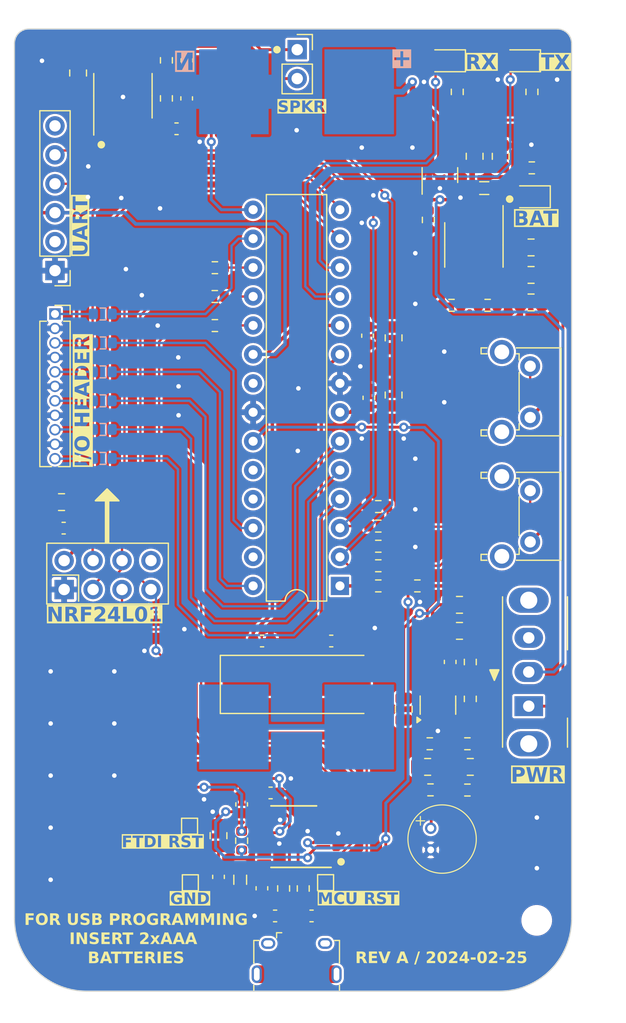
<source format=kicad_pcb>
(kicad_pcb (version 20240108) (generator "pcbnew") (generator_version "8.0")
  (layers (0 "F.Cu" signal) (31 "B.Cu" signal) (34 "B.Paste" user) (35 "F.Paste" user) (36 "B.SilkS" user "B.Silkscreen") (37 "F.SilkS" user "F.Silkscreen") (38 "B.Mask" user) (39 "F.Mask" user) (44 "Edge.Cuts" user))
  (net 0 "")
  (net 1 "GND")
  (net 2 "Net-(J1-VBUS)")
  (net 3 "Net-(U2-VCC)")
  (net 4 "3V3_FTDI")
  (net 5 "Net-(J1-D+)")
  (net 6 "Net-(J1-D-)")
  (net 7 "+3V3")
  (net 8 "Net-(U1-XTAL1{slash}PB6)")
  (net 9 "Net-(U1-XTAL2{slash}PB7)")
  (net 10 "Net-(Q2-S)")
  (net 11 "Net-(D1-K)")
  (net 12 "LED_1")
  (net 13 "Net-(D2-K)")
  (net 14 "Net-(D3-K)")
  (net 15 "LED_2")
  (net 18 "Net-(J2-Pin_1)")
  (net 19 "Net-(J2-Pin_3)")
  (net 20 "Net-(J2-Pin_5)")
  (net 21 "Net-(J2-Pin_7)")
  (net 22 "Net-(J2-Pin_9)")
  (net 23 "Net-(J2-Pin_11)")
  (net 25 "SW_2")
  (net 26 "SW_1")
  (net 28 "Net-(L3-Pad2)")
  (net 29 "Net-(U2-USBDP)")
  (net 30 "Net-(U2-USBDM)")
  (net 31 "SCK")
  (net 32 "/FTDI_RST")
  (net 33 "Net-(U1-~{RESET}{slash}PC6)")
  (net 34 "MOSI")
  (net 35 "Net-(U1-PB4)")
  (net 36 "MISO")
  (net 37 "Net-(U2-~{RESET})")
  (net 38 "Net-(U4-FB)")
  (net 39 "Net-(R15-Pad2)")
  (net 40 "Net-(R17-Pad2)")
  (net 41 "IO_1")
  (net 42 "IO_2")
  (net 43 "IO_3")
  (net 44 "IO_4")
  (net 45 "IO_5")
  (net 46 "IO_6")
  (net 47 "CE")
  (net 48 "CSN")
  (net 49 "AUDIO_OUT")
  (net 56 "Net-(C19-Pad2)")
  (net 57 "Net-(U5-+)")
  (net 58 "Net-(U5--)")
  (net 59 "Net-(J3-Pin_2)")
  (net 60 "Net-(J3-Pin_1)")
  (net 61 "Net-(SW1-B)")
  (net 62 "Net-(U8-+)")
  (net 63 "Net-(C25-Pad2)")
  (net 64 "Net-(MK1-+)")
  (net 65 "Net-(C29-Pad1)")
  (net 66 "MIC_IN")
  (net 67 "ADC2")
  (net 69 "Net-(U1-PB3)")
  (net 70 "Net-(U1-PB5)")
  (net 71 "Net-(BT2-+)")
  (net 80 "Net-(U8--)")
  (net 81 "Net-(C31-Pad2)")
  (footprint "TestPoint:TestPoint_Pad_1.0x1.0mm" (layer "F.Cu") (at 129.1 110.5)
    (property "Reference" "TP3" (hide yes))
    (property "Value" "TestPoint")
  )
  (footprint "Package_DIP:DIP-28_W7.62mm" (layer "F.Cu") (at 142.23 84.445 180)
    (property "Reference" "U1" (hide yes))
    (property "Value" "ATmega328-P")
  )
  (footprint "Resistor_SMD:R_0603_1608Metric" (layer "F.Cu") (at 155.194 59.817 180)
    (property "Reference" "R11" (hide yes))
    (property "Value" "560k")
  )
  (footprint "TestPoint:TestPoint_Pad_1.0x1.0mm" (layer "F.Cu") (at 129.032 105.537 90)
    (property "Reference" "TP1" (hide yes))
    (property "Value" "FTDI_RST")
  )
  (footprint "Resistor_SMD:R_0603_1608Metric" (layer "F.Cu") (at 153.416 98.298 180)
    (property "Reference" "R9" (hide yes))
    (property "Value" "100k")
  )
  (footprint "Capacitor_SMD:C_0603_1608Metric" (layer "F.Cu") (at 139.739 113.411)
    (property "Reference" "C4" (hide yes))
    (property "Value" "47p")
  )
  (footprint "Resistor_SMD:R_0603_1608Metric" (layer "F.Cu") (at 150.114 98.298)
    (property "Reference" "R10" (hide yes))
    (property "Value" "100k")
  )
  (footprint "TestPoint:TestPoint_Pad_1.0x1.0mm" (layer "F.Cu") (at 140.97 110.49)
    (property "Reference" "TP2" (hide yes))
    (property "Value" "ATMEGA_RST")
  )
  (footprint "Capacitor_SMD:C_0603_1608Metric" (layer "F.Cu") (at 128.802249 38.317337 90)
    (property "Reference" "C23" (hide yes))
    (property "Value" "100n")
  )
  (footprint "WalkieTalkie:MS1206" (layer "F.Cu") (at 158.8 94 90)
    (property "Reference" "SW1" (hide yes))
    (property "Value" "PWR_SW")
  )
  (footprint "Capacitor_SMD:C_0805_2012Metric" (layer "F.Cu") (at 146.939 62.672 -90)
    (property "Reference" "C10" (hide yes))
    (property "Value" "10u")
  )
  (footprint "Capacitor_SMD:C_0805_2012Metric" (layer "F.Cu") (at 154.051 46.736 90)
    (property "Reference" "C14" (hide yes))
    (property "Value" "22u")
  )
  (footprint "Capacitor_SMD:C_0805_2012Metric" (layer "F.Cu") (at 153.67 100.33 180)
    (property "Reference" "C25" (hide yes))
    (property "Value" "47u")
  )
  (footprint "Capacitor_SMD:C_0603_1608Metric" (layer "F.Cu") (at 131.572 109.982 -90)
    (property "Reference" "C2" (hide yes))
    (property "Value" "100n")
  )
  (footprint "Capacitor_SMD:C_0805_2012Metric" (layer "F.Cu") (at 147.828 95.2652 90)
    (property "Reference" "C29" (hide yes))
    (property "Value" "10u")
  )
  (footprint "Capacitor_SMD:C_0603_1608Metric" (layer "F.Cu") (at 127.889 44.323 180)
    (property "Reference" "C22" (hide yes))
    (property "Value" "100n")
  )
  (footprint "Resistor_SMD:R_0603_1608Metric" (layer "F.Cu") (at 139.00918 111.002712 90)
    (property "Reference" "R1" (hide yes))
    (property "Value" "27")
  )
  (footprint "Capacitor_SMD:C_0603_1608Metric" (layer "F.Cu") (at 144.77 67.935 90)
    (property "Reference" "C9" (hide yes))
    (property "Value" "100n")
  )
  (footprint "Capacitor_SMD:C_0805_2012Metric" (layer "F.Cu") (at 119.25015 39.426999 90)
    (property "Reference" "C24" (hide yes))
    (property "Value" "4u7")
  )
  (footprint "Connector_PinHeader_2.54mm:PinHeader_1x06_P2.54mm_Vertical" (layer "F.Cu") (at 117.221 56.769 180)
    (property "Reference" "J4" (hide yes))
    (property "Value" "EXT_UART")
  )
  (footprint "Resistor_SMD:R_0603_1608Metric" (layer "F.Cu") (at 127 38.315679 90)
    (property "Reference" "R28" (hide yes))
    (property "Value" "20k")
  )
  (footprint "Capacitor_SMD:C_0603_1608Metric" (layer "F.Cu") (at 135.395 89.281)
    (property "Reference" "C12" (hide yes))
    (property "Value" "22p")
  )
  (footprint "Resistor_SMD:R_0603_1608Metric" (layer "F.Cu") (at 153.416 102.362 180)
    (property "Reference" "R29" (hide yes))
    (property "Value" "1k")
  )
  (footprint "Resistor_SMD:R_0603_1608Metric" (layer "F.Cu") (at 152.019 59.817 180)
    (property "Reference" "R12" (hide yes))
    (property "Value" "100k")
  )
  (footprint "LED_SMD:LED_0805_2012Metric" (layer "F.Cu") (at 159.004 50.292 180)
    (property "Reference" "D2" (hide yes))
    (property "Value" "PWR_LED")
  )
  (footprint "Connector_USB:USB_Micro-B_Amphenol_10118194_Horizontal" (layer "F.Cu") (at 138.43 117.224)
    (property "Reference" "J1" (hide yes))
    (property "Value" "USB_B_Micro")
  )
  (footprint "Button_Switch_THT:SW_Tactile_SPST_Angled_PTS645Vx58-2LFS" (layer "F.Cu") (at 158.9265 65.162 -90)
    (property "Reference" "SW2" (hide yes))
    (property "Value" "SW_Push")
  )
  (footprint "WalkieTalkie:CMEJ-0627-42-P" (layer "F.Cu") (at 151.196 106.664 -90)
    (property "Reference" "MK1" (hide yes))
    (property "Value" "Microphone")
  )
  (footprint "Capacitor_SMD:C_0603_1608Metric" (layer "F.Cu") (at 133.604 103.619 90)
    (property "Reference" "C3" (hide yes))
    (property "Value" "100n")
  )
  (footprint "Capacitor_SMD:C_0603_1608Metric" (layer "F.Cu") (at 136.144 102.616)
    (property "Reference" "C7" (hide yes))
    (property "Value" "100n")
  )
  (footprint "Connector_PinSocket_2.54mm:PinSocket_1x02_P2.54mm_Vertical" (layer "F.Cu") (at 138.48 37.378)
    (property "Reference" "J3" (hide yes))
    (property "Value" "SPKR")
  )
  (footprint "Capacitor_SMD:C_0805_2012Metric" (layer "F.Cu") (at 131.572 106.365 90)
    (property "Reference" "C6" (hide yes))
    (property "Value" "4u7")
  )
  (footprint "Capacitor_SMD:C_0805_2012Metric" (layer "F.Cu") (at 159.004 59.563)
    (property "Reference" "C18" (hide yes))
    (property "Value" "22u")
  )
  (footprint "MountingHole:MountingHole_2.2mm_M2_DIN965" (layer "F.Cu") (at 159.5 113.8)
    (property "Reference" "H2" (hide yes))
    (property "Value" "MountingHole")
  )
  (footprint "Package_SO:SSOP-16_3.9x4.9mm_P0.635mm" (layer "F.Cu") (at 138.176 106.426 180)
    (property "Reference" "U2" (hide yes))
    (property "Value" "FT230XS")
  )
  (footprint "Resistor_SMD:R_0603_1608Metric" (layer "F.Cu") (at 145.595 79.195)
    (property "Reference" "R15" (hide yes))
    (property "Value" "27")
  )
  (footprint "Resistor_SMD:R_0603_1608Metric" (layer "F.Cu") (at 153.67 94.361 90)
    (property "Reference" "R32" (hide yes))
    (property "Value" "247k")
  )
  (footprint "Resistor_SMD:R_0603_1608Metric" (layer "F.Cu") (at 131.244999 59.045 180)
    (property "Reference" "R7" (hide yes))
    (property "Value" "27")
  )
  (footprint "Capacitor_SMD:C_0603_1608Metric" (layer "F.Cu") (at 151.904636 91.118185 90)
    (property "Reference" "C30" (hide yes))
    (property "Value" "15p")
  )
  (footprint "Capacitor_SMD:C_0603_1608Metric" (layer "F.Cu") (at 141.465 89.281 180)
    (property "Reference" "C13" (hide yes))
    (property "Value" "22p")
  )
  (footprint "Resistor_SMD:R_0603_1608Metric" (layer "F.Cu") (at 131.254 56.515 180)
    (property "Reference" "R3" (hide yes))
    (property "Value" "27")
  )
  (footprint "Resistor_SMD:R_0603_1608Metric" (layer "F.Cu") (at 131.254 61.595 180)
    (property "Reference" "R6" (hide yes))
    (property "Value" "27")
  )
  (footprint "Capacitor_SMD:C_0603_1608Metric" (layer "F.Cu") (at 135.382 110.985 90)
    (property "Reference" "C1" (hide yes))
    (property "Value" "100n")
  )
  (footprint "Package_SO:SOIC-8-1EP_3.9x4.9mm_P1.27mm_EP2.41x3.3mm" (layer "F.Cu") (at 153.987 54.518 -90)
    (property "Reference" "U4" (hide yes))
    (property "Value" "AP2007SPER")
  )
  (footprint "Capacitor_SMD:C_0805_2012Metric" (layer "F.Cu") (at 156.337 46.741001 90)
    (property "Reference" "C15" (hide yes))
    (property "Value" "22u")
  )
  (footprint "Capacitor_SMD:C_0603_1608Metric" (layer "F.Cu") (at 117.983 79.375 180)
    (property "Reference" "C21" (hide yes))
    (property "Value" "100n")
  )
  (footprint "Resistor_SMD:R_0603_1608Metric" (layer "F.Cu") (at 149.024999 84.444999 180)
    (property "Reference" "R5" (hide yes))
    (property "Value" "10k")
  )
  (footprint "Inductor_SMD:L_0805_2012Metric" (layer "F.Cu") (at 154.8935 49.53)
    (property "Reference" "L3" (hide yes))
    (property "Value" "MPL2012S3R3MHT")
  )
  (footprint "Capacitor_SMD:C_0805_2012Metric" (layer "F.Cu") (at 117.795 77.089 180)
    (property "Reference" "C20" (hide yes))
    (property "Value" "4u7")
  )
  (footprint "Capacitor_SMD:C_0805_2012Metric" (layer "F.Cu") (at 146.939 67.691 90)
    (property "Reference" "C8" (hide yes))
    (property "Value" "4u7")
  )
  (footprint "Resistor_SMD:R_0603_1608Metric" (layer "F.Cu") (at 145.595 82.677)
    (property "Reference" "R17" (hide yes))
    (property "Value" "27")
  )
  (footprint "Resistor_SMD:R_0603_1608Metric" (layer "F.Cu") (at 159.067 47.752 180)
    (property "Reference" "R14" (hide yes))
    (property "Value" "100")
  )
  (footprint "Resistor_SMD:R_0603_1608Metric" (layer "F.Cu") (at 137.287 110.998 90)
    (property "Reference" "R2" (hide yes))
    (property "Value" "27")
  )
  (footprint "Resistor_SMD:R_0603_1608Metric" (layer "F.Cu") (at 145.596 77.481 180)
    (property "Reference" "R16" (hide yes))
    (property "Value" "10k")
  )
  (footprint "Capacitor_SMD:C_0603_1608Metric" (layer "F.Cu") (at 136.538 113.411 180)
    (property "Reference" "C5" (hide yes))
    (property "Value" "47p")
  )
  (footprint "Capacitor_SMD:C_0805_2012Metric" (layer "F.Cu") (at 159.004 57.15)
    (property "Reference" "C17" (hide yes))
    (property "Value" "22u")
  )
  (footprint "Connector_PinSocket_1.27mm:PinSocket_1x11_P1.27mm_Vertical" (layer "F.Cu") (at 117.221 60.579)
    (property "Reference" "J2" (hide yes))
    (property "Value" "IO_HEADER")
  )
  (footprint "Capacitor_SMD:C_0805_2012Metric" (layer "F.Cu") (at 149.926 100.33)
    (property "Reference" "C27" (hide yes))
    (property "Value" "1u")
  )
  (footprint "Capacitor_SMD:C_0805_2012Metric" (layer "F.Cu") (at 159.004 54.737)
    (property "Reference" "C16" (hide yes))
    (property "Value" "22u")
  )
  (footprint "Resistor_SMD:R_0603_1608Metric" (layer "F.Cu") (at 145.595 84.445 180)
    (property "Reference" "R4" (hide yes))
    (property "Value" "27")
  )
  (footprint "Capacitor_SMD:C_0603_1608Metric" (layer "F.Cu") (at 144.653 62.484 -90)
    (property "Reference" "C11" (hide yes))
    (property "Value" "100n")
  )
  (footprint "Package_SO:SOP-8_3.9x4.9mm_P1.27mm" (layer "F.Cu") (at 123.184498 41.424888 90)
    (property "Reference" "U5" (hide yes))
    (property "Value" "IS31AP4991A")
  )
  (footprint "Button_Switch_THT:SW_Tactile_SPST_Angled_PTS645Vx58-2LFS" (layer "F.Cu") (at 158.926499 76.084 -90)
    (property "Reference" "SW4" (hide yes))
    (property "Value" "SW_Push")
  )
  (footprint "Resistor_SMD:R_0603_1608Metric" (layer "F.Cu") (at 153.67 91.123 90)
    (property "Reference" "R33" (hide yes))
    (property "Value" "4k9")
  )
  (footprint "Resistor_SMD:R_0603_1608Metric" (layer "F.Cu") (at 145.596 80.963 180)
    (property "Reference" "R18" (hide yes))
    (property "Value" "10k")
  )
  (footprint "Resistor_SMD:R_0603_1608Metric" (layer "F.Cu") (at 159.0802 41.085 -90)
    (property "Reference" "R19" (hide yes))
    (property "Value" "10k")
  )
  (footprint "Resistor_SMD:R_0603_1608Metric" (layer "F.Cu") (at 133.604 106.807 90)
    (property "Reference" "R8" (hide yes))
    (property "Value" "10k")
  )
  (footprint "Resistor_SMD:R_0603_1608Metric" (layer "F.Cu") (at 150.177 102.346 180)
    (property "Reference" "R31" (hide yes))
    (property "Value" "4k7")
  )
  (footprint "Capacitor_SMD:C_0805_2012Metric" (layer "F.Cu") (at 152.72 86.106 180)
    (property "Reference" "C26" (hide yes))
    (property "Value" "1u")
  )
  (footprint "Inductor_SMD:L_0805_2012Metric" (layer "F.Cu") (at 133.477 110.236 90)
    (property "Reference" "L1" (hide yes))
    (property "Value" "3u3")
  )
  (footprint "Package_TO_SOT_SMD:SOT-23-5" (layer "F.Cu") (at 150.831 94.9085 90)
    (property "Reference" "U8" (hide yes))
    (property "Value" "OPA1671")
  )
  (footprint "Package_TO_SOT_SMD:SOT-23" (layer "F.Cu") (at 151.003 48.387 90)
    (property "Reference" "Q2" (hide yes))
    (property "Value" "SI2323DS-T1-E3")
  )
  (footprint "Resistor_SMD:R_0603_1608Metric" (layer "F.Cu") (at 127 41.656 90)
    (property "Reference" "R27" (hide yes))
    (property "Value" "20k")
  )
  (footprint "LED_SMD:LED_0805_2012Metric" (layer "F.Cu") (at 158.1427 38.355 180)
    (property "Reference" "D1" (hide yes))
    (property "Value" "LED_Small")
  )
  (footprint "Resistor_SMD:R_0603_1608Metric" (layer "F.Cu") (at 152.527 41.085 -90)
    (property "Reference" "R20" (hide yes))
    (property "Value" "10k")
  )
  (footprint "Crystal:Crystal_SMD_HC49-SD" (layer "F.Cu") (at 138.43 93.091)
    (property "Reference" "Y1" (hide yes))
    (property "Value" "16MHz")
  )
  (footprint "LED_SMD:LED_0805_2012Metric" (layer "F.Cu") (at 151.559501 38.354 180)
    (property "Reference" "D3" (hide yes))
    (property "Value" "LED_Small")
  )
  (footprint "Resistor_SMD:R_0603_1608Metric" (layer "F.Cu") (at 149.987 52.324 -90)
    (property "Reference" "R13" (hide yes))
    (property "Value" "10k")
  )
  (footprint "RF_Module:nRF24L01_Breakout" (layer "F.Cu") (at 116.295 84.7415 90)
    (property "Reference" "U3" (hide yes))
    (property "Value" "NRF24L01_Breakout")
  )
  (footprint "Capacitor_SMD:C_0603_1608Metric" (layer "F.Cu") (at 128.778 41.656 -90)
    (property "Reference" "C19" (hide yes))
    (property "Value" "100n")
  )
  (footprint "Capacitor_SMD:C_0805_2012Metric" (layer "F.Cu") (at 152.72 88.392)
    (property "Reference" "C31" (hide yes))
    (property "Value" "10u")
  )
  (footprint "Resistor_SMD:R_0603_1608Metric" (layer "B.Cu") (at 121.412 73.2536 180)
    (property "Reference" "R26" (hide yes))
    (property "Value" "27")
  )
  (footprint "WalkieTalkie:BH-AAA-B5AK001" (layer "B.Cu") (at 138.42 68.951 -90)
    (property "Reference" "BT2" (hide yes))
    (property "Value" "2xAAA")
  )
  (footprint "Resistor_SMD:R_0603_1608Metric" (layer "B.Cu") (at 121.412 60.579 180)
    (property "Reference" "R21" (hide yes))
    (property "Value" "27")
  )
  (footprint "Resistor_SMD:R_0603_1608Metric" (layer "B.Cu") (at 121.412 65.659 180)
    (property "Reference" "R23" (hide yes))
    (property "Value" "27")
  )
  (footprint "Resistor_SMD:R_0603_1608Metric" (layer "B.Cu") (at 121.412 68.199 180)
    (property "Reference" "R24" (hide yes))
    (property "Value" "27")
  )
  (footprint "Resistor_SMD:R_0603_1608Metric" (layer "B.Cu") (at 121.4242 63.119 180)
    (property "Reference" "R22" (hide yes))
    (property "Value" "27")
  )
  (footprint "Resistor_SMD:R_0603_1608Metric" (layer "B.Cu") (at 121.412 70.7136 180)
    (property "Reference" "R25" (hide yes))
    (property "Value" "27")
  )
  (gr_circle (center 142.326457 108.658807) (end 142.580457 108.709607) (stroke (width 0.15)) (fill solid) (layer "F.SilkS"))
  (gr_circle (center 136.702 37.378) (end 136.448 37.3272) (stroke (width 0.15)) (fill solid) (layer "F.SilkS"))
  (gr_poly (pts (xy 155.781 90.424) (xy 155.781 91.821) (xy 155.4 91.821) (xy 155.781 92.71) (xy 156.162 91.821) (xy 155.781 91.821) (xy 155.781 90.551)) (stroke (width 0.15)) (fill solid) (layer "F.SilkS"))
  (gr_circle (center 121.285 45.72) (end 121.234199 45.974001) (stroke (width 0.15)) (fill solid) (layer "F.SilkS"))
  (gr_poly (pts (xy 121.666 80.645) (xy 121.666 76.962) (xy 120.777 76.962) (xy 121.793 75.946) (xy 122.809 76.962) (xy 121.92 76.962) (xy 121.92 80.645)) (stroke (width 0.15)) (fill solid) (layer "F.SilkS"))
  (gr_circle (center 157.1244 50.4952) (end 157.3784 50.546) (stroke (width 0.15)) (fill solid) (layer "F.SilkS"))
  (gr_line (start 162.56 36.83) (end 162.56 113.665) (stroke (width 0.1)) (layer "Edge.Cuts"))
  (gr_arc (start 161.29 35.56) (mid 162.188026 35.931974) (end 162.56 36.83) (stroke (width 0.1)) (layer "Edge.Cuts"))
  (gr_arc (start 113.665 36.83) (mid 114.036974 35.931974) (end 114.935 35.56) (stroke (width 0.1)) (layer "Edge.Cuts"))
  (gr_line (start 156.21 120.015) (end 120.015 120.015) (stroke (width 0.1)) (layer "Edge.Cuts"))
  (gr_arc (start 162.56 113.665) (mid 160.700128 118.155128) (end 156.21 120.015) (stroke (width 0.1)) (layer "Edge.Cuts"))
  (gr_line (start 113.665 113.665) (end 113.665 36.83) (stroke (width 0.1)) (layer "Edge.Cuts"))
  (gr_arc (start 120.015 120.015) (mid 115.524872 118.155128) (end 113.665 113.665) (stroke (width 0.1)) (layer "Edge.Cuts"))
  (gr_line (start 114.935 35.56) (end 161.29 35.56) (stroke (width 0.1)) (layer "Edge.Cuts"))
  (gr_text "N" (at 129.4892 39.4208 0) (layer "B.SilkS" knockout) (effects (font (size 1.5 1.5) (thickness 0.3) (bold yes)) (justify left bottom mirror)))
  (gr_text "+" (at 148.5392 39.0906 0) (layer "B.SilkS" knockout) (effects (font (size 1.5 1.5) (thickness 0.3) (bold yes)) (justify left bottom mirror)))
  (gr_text "REV A / 2024-02-25" (at 151.13 117.719213 0) (layer "F.SilkS") (effects (font (size 1 1)) (justify bottom)))
  (gr_text "TX" (at 159.8277 39.315 0) (layer "F.SilkS" knockout) (effects (font (size 1.27 1.27)) (justify left bottom)))
  (gr_text "RX" (at 153.244501 39.314 0) (layer "F.SilkS" knockout) (effects (font (size 1.27 1.27)) (justify left bottom)))
  (gr_text "SPKR\n" (at 136.7536 43.0276 0) (layer "F.SilkS" knockout) (effects (font (size 1 1)) (justify left bottom)))
  (gr_text "NRF24L01" (at 116.4844 87.7824 0) (layer "F.SilkS" knockout) (effects (font (size 1.27 1.27) (thickness 0.254) (bold yes)) (justify left bottom)))
  (gr_text "I/O HEADER" (at 120.454975 74.023775 90) (layer "F.SilkS" knockout) (effects (font (size 1.27 1.27) (thickness 0.254) (bold yes)) (justify left bottom)))
  (gr_text "FOR USB PROGRAMMING\nINSERT 2xAAA \nBATTERIES" (at 124.333 117.729 0) (layer "F.SilkS") (effects (font (size 1 1)) (justify bottom)))
  (gr_text "PWR" (at 157.226 101.854 0) (layer "F.SilkS" knockout) (effects (font (size 1.27 1.27)) (justify left bottom)))
  (gr_text "GND" (at 127.326447 112.542708 0) (layer "F.SilkS" knockout) (effects (font (size 1 1)) (justify left bottom)))
  (gr_text "BAT" (at 157.48 53.020689 0) (layer "F.SilkS" knockout) (effects (font (size 1.27 1.27)) (justify left bottom)))
  (gr_text "FTDI RST" (at 123.064181 107.55 0) (layer "F.SilkS" knockout) (effects (font (size 1 1)) (justify left bottom)))
  (gr_text "UART" (at 120.279572 55.517012 90) (layer "F.SilkS" knockout) (effects (font (size 1.27 1.27) (thickness 0.254) (bold yes)) (justify left bottom)))
  (gr_text "MCU RST" (at 140.257859 112.529768 0) (layer "F.SilkS" knockout) (effects (font (size 1 1)) (justify left bottom)))
  (segment (start 143.92 96.826) (end 132.92 96.826) (width 0.5) (layer "B.Cu") (net 0))
  (segment (start 150.053 49.3245) (end 150.781003 49.3245) (width 0.25) (layer "F.Cu") (net 1))
  (segment (start 150.831 97.168459) (end 150.831 96.046) (width 0.3) (layer "F.Cu") (net 1))
  (segment (start 135.576 106.7435) (end 136.5885 106.7435) (width 0.3) (layer "F.Cu") (net 1))
  (segment (start 150.781003 49.3245) (end 151.003 49.546497) (width 0.25) (layer "F.Cu") (net 1))
  (segment (start 135.763 113.411) (end 134.747 113.411) (width 0.25) (layer "F.Cu") (net 1))
  (segment (start 139.5349 106.1085) (end 139.3952 105.9688) (width 0.3) (layer "F.Cu") (net 1))
  (segment (start 131.572 105.415) (end 131.572 104.775) (width 0.3) (layer "F.Cu") (net 1))
  (segment (start 136.5885 106.7435) (end 136.906 107.061) (width 0.3) (layer "F.Cu") (net 1))
  (segment (start 140.776 106.1085) (end 139.5349 106.1085) (width 0.3) (layer "F.Cu") (net 1))
  (segment (start 131.572 104.775) (end 131.064 104.267) (width 0.3) (layer "F.Cu") (net 1))
  (segment (start 150.826502 97.172957) (end 150.831 97.168459) (width 0.3) (layer "F.Cu") (net 1))
  (via (at 148.844 77.724) (size 0.8) (drill 0.4) (layers "F.Cu" "B.Cu") (net 1))
  (via (at 126.4412 51.308) (size 0.8) (drill 0.4) (layers "F.Cu" "B.Cu") (net 1))
  (via (at 159.512 104.775) (size 0.8) (drill 0.4) (layers "F.Cu" "B.Cu") (net 1))
  (via (at 120.1166 50.3174) (size 0.8) (drill 0.4) (layers "F.Cu" "B.Cu") (net 1))
  (via (at 125.0696 90.1446) (size 0.8) (drill 0.4) (layers "F.Cu" "B.Cu") (net 1))
  (via (at 116.84 91.948) (size 0.8) (drill 0.4) (layers "F.Cu" "B.Cu") (net 1))
  (via (at 116.84 96.52) (size 0.8) (drill 0.4) (layers "F.Cu" "B.Cu") (net 1))
  (via (at 149.2504 85.852) (size 0.8) (drill 0.4) (layers "F.Cu" "B.Cu") (net 1))
  (via (at 148.844 81.026) (size 0.8) (drill 0.4) (layers "F.Cu" "B.Cu") (net 1))
  (via (at 144.145 52.578) (size 0.8) (drill 0.4) (layers "F.Cu" "B.Cu") (net 1))
  (via (at 151.384 68.326) (size 0.8) (drill 0.4) (layers "F.Cu" "B.Cu") (net 1))
  (via (at 138.43 44.45) (size 0.8) (drill 0.4) (layers "F.Cu" "B.Cu") (net 1))
  (via (at 116.84 110.236) (size 0.8) (drill 0.4) (layers "F.Cu" "B.Cu") (net 1))
  (via (at 144.145 45.974) (size 0.8) (drill 0.4) (layers "F.Cu" "B.Cu") (net 1))
  (via (at 116.84 101.092) (size 0.8) (drill 0.4) (layers "F.Cu" "B.Cu") (net 1))
  (via (at 148.844 73.279) (size 0.8) (drill 0.4) (layers "F.Cu" "B.Cu") (net 1))
  (via (at 152.8064 50.3682) (size 0.8) (drill 0.4) (layers "F.Cu" "B.Cu") (net 1))
  (via (at 142.0876 106.172) (size 0.8) (drill 0.4) (layers "F.Cu" "B.Cu") (net 1))
  (via (at 128.0668 69.469) (size 0.8) (drill 0.4) (layers "F.Cu" "B.Cu") (net 1))
  (via (at 128.0668 66.929) (size 0.8) (drill 0.4) (layers "F.Cu" "B.Cu") (net 1))
  (via (at 145.288 88.138) (size 0.8) (drill 0.4) (layers "F.Cu" "B.Cu") (net 1))
  (via (at 138.5316 72.5932) (size 0.8) (drill 0.4) (layers "F.Cu" "B.Cu") (net 1))
  (via (at 150.826502 97.172957) (size 0.8) (drill 0.4) (layers "F.Cu" "B.Cu") (net 1))
  (via (at 126.238 61.595) (size 0.8) (drill 0.4) (layers "F.Cu" "B.Cu") (net 1))
  (via (at 120.142 47.625) (size 0.8) (drill 0.4) (layers "F.Cu" "B.Cu") (net 1))
  (via (at 124.841 58.928) (size 0.8) (drill 0.4) (layers "F.Cu" "B.Cu") (net 1))
  (via (at 151.384 63.881) (size 0.8) (drill 0.4) (layers "F.Cu" "B.Cu") (net 1))
  (via (at 130.302 103.1748) (size 0.8) (drill 0.4) (layers "F.Cu" "B.Cu") (net 1))
  (via (at 122.428 91.948) (size 0.8) (drill 0.4) (layers "F.Cu" "B.Cu") (net 1))
  (via (at 159.0294 45.72) (size 0.8) (drill 0.4) (layers "F.Cu" "B.Cu") (net 1))
  (via (at 122.428 101.092) (size 0.8) (drill 0.4) (layers "F.Cu" "B.Cu") (net 1))
  (via (at 159.512 109.22) (size 0.8) (drill 0.4) (layers "F.Cu" "B.Cu") (net 1))
  (via (at 122.428 96.52) (size 0.8) (drill 0.4) (layers "F.Cu" "B.Cu") (net 1))
  (via (at 128.5748 88.2396) (size 0.8) (drill 0.4) (layers "F.Cu" "B.Cu") (net 1))
  (via (at 123.444 56.642) (size 0.8) (drill 0.4) (layers "F.Cu" "B.Cu") (net 1))
  (via (at 148.59 45.974) (size 0.8) (drill 0.4) (layers "F.Cu" "B.Cu") (net 1))
  (via (at 116.84 105.664) (size 0.8) (drill 0.4) (layers "F.Cu" "B.Cu") (net 1))
  (via (at 145.161 50.165) (size 0.8) (drill 0.4) (layers "F.Cu" "B.Cu") (net 1))
  (via (at 161.29 40.005) (size 0.8) (drill 0.4) (layers "F.Cu" "B.Cu") (net 1))
  (via (at 131.064 104.267) (size 0.8) (drill 0.4) (layers "F.Cu" "B.Cu") (net 1))
  (via (at 134.747 113.411) (size 0.8) (drill 0.4) (layers "F.Cu" "B.Cu") (net 1))
  (via (at 129.921 45.466) (size 0.8) (drill 0.4) (layers "F.Cu" "B.Cu") (net 1))
  (via (at 147.828 71.509903) (size 0.8) (drill 0.4) (layers "F.Cu" "B.Cu") (net 1))
  (via (at 136.976051 104.98065) (size 0.8) (drill 0.4) (layers "F.Cu" "B.Cu") (net 1))
  (via (at 149.606 40.2082) (size 0.8) (drill 0.4) (layers "F.Cu" "B.Cu") (net 1))
  (via (at 156.083 40.005) (size 0.8) (drill 0.4) (layers "F.Cu" "B.Cu") (net 1))
  (via (at 148.844 55.245) (size 0.8) (drill 0.4) (layers "F.Cu" "B.Cu") (net 1))
  (via (at 136.906 107.061) (size 0.8) (drill 0.4) (layers "F.Cu" "B.Cu") (net 1))
  (via (at 144.145 71.509903) (size 0.8) (drill 0.4) (layers "F.Cu" "B.Cu") (net 1))
  (via (at 139.3952 105.9688) (size 0.8) (drill 0.4) (layers "F.Cu" "B.Cu") (net 1))
  (via (at 123.19 41.529) (size 0.8) (drill 0.4) (layers "F.Cu" "B.Cu") (net 1))
  (via (at 128.0414 64.389) (size 0.8) (drill 0.4) (layers "F.Cu" "B.Cu") (net 1))
  (via (at 148.844 59.69) (size 0.8) (drill 0.4) (layers "F.Cu" "B.Cu") (net 1))
  (via (at 151.003 49.546497) (size 0.8) (drill 0.4) (layers "F.Cu" "B.Cu") (net 1))
  (via (at 123.0376 50.3936) (size 0.8) (drill 0.4) (layers "F.Cu" "B.Cu") (net 1))
  (via (at 116.078 38.354) (size 0.8) (drill 0.4) (layers "F.Cu" "B.Cu") (net 1))
  (via (at 138.5824 67.1068) (size 0.8) (drill 0.4) (layers "F.Cu" "B.Cu") (net 1))
  (via (at 144.018 65.1764) (size 0.8) (drill 0.4) (layers "F.Cu" "B.Cu") (net 1))
  (via (at 137.922 101.346) (size 0.8) (drill 0.4) (layers "F.Cu" "B.Cu") (net 1))
  (segment (start 134.4125 111.2985) (end 133.477 111.2985) (width 0.25) (layer "F.Cu") (net 2))
  (segment (start 133.731 112.903) (end 133.731 113.919) (width 0.25) (layer "F.Cu") (net 2))
  (segment (start 135.255 112.395) (end 134.239 112.395) (width 0.25) (layer "F.Cu") (net 2))
  (segment (start 134.874 111.76) (end 134.4125 111.2985) (width 0.25) (layer "F.Cu") (net 2))
  (segment (start 134.366 114.554) (end 136.652 114.554) (width 0.25) (layer "F.Cu") (net 2))
  (segment (start 135.382 112.268) (end 135.255 112.395) (width 0.25) (layer "F.Cu") (net 2))
  (segment (start 137.13 115.032) (end 137.13 115.824) (width 0.25) (layer "F.Cu") (net 2))
  (segment (start 133.731 113.919) (end 134.366 114.554) (width 0.25) (layer "F.Cu") (net 2))
  (segment (start 134.239 112.395) (end 133.731 112.903) (width 0.25) (layer "F.Cu") (net 2))
  (segment (start 136.652 114.554) (end 137.13 115.032) (width 0.25) (layer "F.Cu") (net 2))
  (segment (start 135.382 111.76) (end 134.874 111.76) (width 0.25) (layer "F.Cu") (net 2))
  (segment (start 135.382 111.76) (end 135.382 112.268) (width 0.25) (layer "F.Cu") (net 2))
  (segment (start 134.8105 106.1085) (end 134.112 106.807) (width 0.25) (layer "F.Cu") (net 3))
  (segment (start 136.906 101.346) (end 135.763 101.346) (width 0.25) (layer "F.Cu") (net 3))
  (segment (start 131.572 109.207) (end 131.572 107.315) (width 0.25) (layer "F.Cu") (net 3))
  (segment (start 133.477 109.1735) (end 131.6055 109.1735) (width 0.25) (layer "F.Cu") (net 3))
  (segment (start 134.112 106.807) (end 132.08 106.807) (width 0.25) (layer "F.Cu") (net 3))
  (segment (start 131.6055 109.1735) (end 131.572 109.207) (width 0.25) (layer "F.Cu") (net 3))
  (segment (start 135.576 106.1085) (end 134.8105 106.1085) (width 0.25) (layer "F.Cu") (net 3))
  (segment (start 136.82697 106.1085) (end 135.576 106.1085) (width 0.25) (layer "F.Cu") (net 3))
  (segment (start 135.369 101.74) (end 135.369 102.616) (width 0.25) (layer "F.Cu") (net 3))
  (segment (start 136.955528 105.979942) (end 136.82697 106.1085) (width 0.25) (layer "F.Cu") (net 3))
  (segment (start 132.08 106.807) (end 131.572 107.315) (width 0.25) (layer "F.Cu") (net 3))
  (segment (start 135.763 101.346) (end 135.369 101.74) (width 0.25) (layer "F.Cu") (net 3))
  (via (at 136.906 101.346) (size 0.8) (drill 0.4) (layers "F.Cu" "B.Cu") (net 3))
  (via (at 136.955528 105.979942) (size 0.8) (drill 0.4) (layers "F.Cu" "B.Cu") (net 3))
  (segment (start 137.22982 105.70565) (end 137.276356 105.70565) (width 0.25) (layer "B.Cu") (net 3))
  (segment (start 137.8712 103.1748) (end 136.906 102.2096) (width 0.25) (layer "B.Cu") (net 3))
  (segment (start 137.276356 105.70565) (end 137.8712 105.110806) (width 0.25) (layer "B.Cu") (net 3))
  (segment (start 136.955528 105.979942) (end 137.22982 105.70565) (width 0.25) (layer "B.Cu") (net 3))
  (segment (start 137.8712 105.110806) (end 137.8712 103.1748) (width 0.25) (layer "B.Cu") (net 3))
  (segment (start 136.906 102.2096) (end 136.906 101.346) (width 0.25) (layer "B.Cu") (net 3))
  (segment (start 132.207 104.267) (end 133.477 104.267) (width 0.25) (layer "F.Cu") (net 4))
  (segment (start 139.3952 108.13468) (end 140.15138 107.3785) (width 0.25) (layer "F.Cu") (net 4))
  (segment (start 140.15138 107.3785) (end 140.776 107.3785) (width 0.25) (layer "F.Cu") (net 4))
  (segment (start 134.0485 104.8385) (end 133.604 104.394) (width 0.25) (layer "F.Cu") (net 4))
  (segment (start 139.3952 108.3056) (end 139.3952 108.13468) (width 0.25) (layer "F.Cu") (net 4))
  (segment (start 133.477 104.267) (end 133.604 104.394) (width 0.25) (layer "F.Cu") (net 4))
  (segment (start 135.576 104.8385) (end 134.0485 104.8385) (width 0.25) (layer "F.Cu") (net 4))
  (via (at 132.207 104.267) (size 0.8) (drill 0.4) (layers "F.Cu" "B.Cu") (net 4))
  (via (at 139.3952 108.3056) (size 0.8) (drill 0.4) (layers "F.Cu" "B.Cu") (net 4))
  (via (at 133.604 107.632) (size 0.8) (drill 0.4) (layers "F.Cu" "B.Cu") (net 4))
  (segment (start 133.6548 108.2548) (end 139.3444 108.2548) (width 0.25) (layer "B.Cu") (net 4))
  (segment (start 133.6548 108.2548) (end 133.604 108.204) (width 0.25) (layer "B.Cu") (net 4))
  (segment (start 139.3444 108.2548) (end 139.3952 108.3056) (width 0.25) (layer "B.Cu") (net 4))
  (segment (start 132.207 104.267) (end 131.318 105.156) (width 0.25) (layer "B.Cu") (net 4))
  (segment (start 131.318 105.156) (end 131.318 107.442) (width 0.25) (layer "B.Cu") (net 4))
  (segment (start 131.318 107.442) (end 132.1308 108.2548) (width 0.25) (layer "B.Cu") (net 4))
  (segment (start 133.604 108.204) (end 133.604 107.632) (width 0.25) (layer "B.Cu") (net 4))
  (segment (start 132.1308 108.2548) (end 133.6548 108.2548) (width 0.25) (layer "B.Cu") (net 4))
  (segment (start 139.00918 113.36582) (end 138.964 113.411) (width 0.25) (layer "F.Cu") (net 5))
  (segment (start 138.43 115.824) (end 138.43 114.681) (width 0.25) (layer "F.Cu") (net 5))
  (segment (start 138.964 114.147) (end 138.964 113.411) (width 0.25) (layer "F.Cu") (net 5))
  (segment (start 138.43 114.681) (end 138.964 114.147) (width 0.25) (layer "F.Cu") (net 5))
  (segment (start 139.00918 111.827712) (end 139.00918 113.36582) (width 0.25) (layer "F.Cu") (net 5))
  (segment (start 137.313 113.411) (end 137.313 111.849) (width 0.25) (layer "F.Cu") (net 6))
  (segment (start 137.313 113.411) (end 137.313 114.199) (width 0.25) (layer "F.Cu") (net 6))
  (segment (start 137.78 114.666) (end 137.78 115.824) (width 0.25) (layer "F.Cu") (net 6))
  (segment (start 137.313 114.199) (end 137.78 114.666) (width 0.25) (layer "F.Cu") (net 6))
  (segment (start 137.313 111.849) (end 137.287 111.823) (width 0.25) (layer "F.Cu") (net 6))
  (segment (start 144.666 61.722) (end 144.653 61.709) (width 0.3) (layer "F.Cu") (net 7))
  (segment (start 149.733 61.595) (end 152.781 61.595) (width 0.5) (layer "F.Cu") (net 7))
  (segment (start 158.054 57.15) (end 158.054 54.737) (width 0.5) (layer "F.Cu") (net 7))
  (segment (start 147.135 68.71) (end 147.31 68.885) (width 0.5) (layer "F.Cu") (net 7))
  (segment (start 158.054 57.15) (end 157.2768 57.15) (width 0.5) (layer "F.Cu") (net 7))
  (segment (start 143.891 60.325) (end 144.653 61.087) (width 0.3) (layer "F.Cu") (net 7))
  (segment (start 118.758 81.4885) (end 118.025 82.2215) (width 0.3) (layer "F.Cu") (net 7))
  (segment (start 123.51 40.32) (end 120.904 40.32) (width 0.3) (layer "F.Cu") (net 7))
  (segment (start 119.126 75.057) (end 118.745 75.438) (width 0.3) (layer "F.Cu") (net 7))
  (segment (start 160.782 78.728499) (end 160.528 78.982499) (width 0.3) (layer "F.Cu") (net 7))
  (segment (start 148.348349 61.501651) (end 149.639651 61.501651) (width 0.3) (layer "F.Cu") (net 7))
  (segment (start 159.485288 61.695288) (end 156.945288 61.695288) (width 0.3) (layer "F.Cu") (net 7))
  (segment (start 156.945288 61.695288) (end 156.845 61.595) (width 0.3) (layer "F.Cu") (net 7))
  (segment (start 118.745 77.089) (end 118.745 79.362) (width 0.3) (layer "F.Cu") (net 7))
  (segment (start 156.21 101.346) (end 156.21 84.582) (width 0.3) (layer "F.Cu") (net 7))
  (segment (start 148.021 68.641) (end 146.939 68.641) (width 0.3) (layer "F.Cu") (net 7))
  (segment (start 148.128 61.722) (end 148.348349 61.501651) (width 0.3) (layer "F.Cu") (net 7))
  (segment (start 146.939 61.722) (end 148.128 61.722) (width 0.3) (layer "F.Cu") (net 7))
  (segment (start 158.0665 50.292) (end 158.0665 54.7245) (width 0.25) (layer "F.Cu") (net 7))
  (segment (start 134.61 64.125) (end 135.773 64.125) (width 0.3) (layer "F.Cu") (net 7))
  (segment (start 143.139 69.205) (end 143.634 68.71) (width 0.3) (layer "F.Cu") (net 7))
  (segment (start 157.226 83.693) (end 156.21 83.693) (width 0.3) (layer "F.Cu") (net 7))
  (segment (start 139.573 60.325) (end 143.891 60.325) (width 0.3) (layer "F.Cu") (net 7))
  (segment (start 121.279498 42.479498) (end 121.279498 44.049888) (width 0.3) (layer "F.Cu") (net 7))
  (segment (start 154.241 102.362) (end 155.194 102.362) (width 0.3) (layer "F.Cu") (net 7))
  (segment (start 142.23 69.205) (end 143.139 69.205) (width 0.3) (layer "F.Cu") (net 7))
  (segment (start 155.892 58.357) (end 155.892 56.993) (width 0.5) (layer "F.Cu") (net 7))
  (segment (start 118.745 79.362) (end 118.758 79.375) (width 0.3) (layer "F.Cu") (net 7))
  (segment (start 156.0576 58.547) (end 155.321 58.547) (width 0.5) (layer "F.Cu") (net 7))
  (segment (start 156.21 83.693) (end 152.908 83.693) (width 0.3) (layer "F.Cu") (net 7))
  (segment (start 120.904 40.32) (end 119.253 40.32) (width 0.3) (layer "F.Cu") (net 7))
  (segment (start 119.126 52.197) (end 119.126 75.057) (width 0.3) (layer "F.Cu") (net 7))
  (segment (start 123.819498 40.010502) (end 123.51 40.32) (width 0.3) (layer "F.Cu") (net 7))
  (segment (start 148.59 68.072) (end 148.021 68.641) (width 0.3) (layer "F.Cu") (net 7))
  (segment (start 144.653 61.087) (end 144.653 61.709) (width 0.3) (layer "F.Cu") (net 7))
  (segment (start 135.773 64.125) (end 139.573 60.325) (width 0.3) (layer "F.Cu") (net 7))
  (segment (start 146.87 68.71) (end 146.939 68.641) (width 0.5) (layer "F.Cu") (net 7))
  (segment (start 160.528 78.982499) (end 158.926499 80.584) (width 0.3) (layer "F.Cu") (net 7))
  (segment (start 156.972 58.2168) (end 156.6418 58.547) (width 0.5) (layer "F.Cu") (net 7))
  (segment (start 152.156001 84.444999) (end 152.146 84.444999) (width 0.3) (layer "F.Cu") (net 7))
  (segment (start 159.512 83.693) (end 160.782 82.423) (width 0.3) (layer "F.Cu") (net 7))
  (segment (start 155.702 58.547) (end 155.892 58.357) (width 0.5) (layer "F.Cu") (net 7))
  (segment (start 151.77 86.106) (end 150.876 86.106) (width 0.3) (layer "F.Cu") (net 7))
  (segment (start 115.316 41.275) (end 115.316 50.927) (width 0.3) (layer "F.Cu") (net 7))
  (segment (start 156.019 59.817) (end 156.019 58.5856) (width 0.3) (layer "F.Cu") (net 7))
  (segment (start 152.908 83.693) (end 152.273 84.328) (width 0.3) (layer "F.Cu") (net 7))
  (segment (start 118.745 75.438) (end 118.745 77.089) (width 0.3) (layer "F.Cu") (net 7))
  (segment (start 157.226 61.468) (end 158.054 60.64) (width 0.5) (layer "F.Cu") (net 7))
  (segment (start 155.321 58.547) (end 155.702 58.547) (width 0.5) (layer "F.Cu") (net 7))
  (segment (start 156.019 58.5856) (end 156.0576 58.547) (width 0.3) (layer "F.Cu") (net 7))
  (segment (start 148.59 62.738) (end 148.59 68.072) (width 0.3) (layer "F.Cu") (net 7))
  (segment (start 156.21 84.582) (end 157.099 83.693) (width 0.3) (layer "F.Cu") (net 7))
  (segment (start 123.819498 38.799888) (end 123.819498 40.010502) (width 0.3) (layer "F.Cu") (net 7))
  (segment (start 154.622 56.993) (end 154.622 58.356) (width 0.5) (layer "F.Cu") (net 7))
  (segment (start 120.9 42.1) (end 121.279498 42.479498) (width 0.3) (layer "F.Cu") (net 7))
  (segment (start 117.221 51.689) (end 118.618 51.689) (width 0.3) (layer "F.Cu") (net 7))
  (segment (start 157.2768 57.15) (end 156.972 57.4548) (width 0.5) (layer "F.Cu") (net 7))
  (segment (start 160.782 62.992) (end 159.485288 61.695288) (width 0.3) (layer "F.Cu") (net 7))
  (segment (start 154.622 58.356) (end 154.813 58.547) (width 0.5) (layer "F.Cu") (net 7))
  (segment (start 160.782 67.818) (end 160.782 62.992) (width 0.3) (layer "F.Cu") (net 7))
  (segment (start 151.77 84.820999) (end 152.146 84.444999) (width 0.3) (layer "F.Cu") (net 7))
  (segment (start 116.078 51.689) (end 117.221 51.689) (width 0.3) (layer "F.Cu") (net 7))
  (segment (start 115.316 50.927) (end 116.078 51.689) (width 0.3) (layer "F.Cu") (net 7))
  (segment (start 160.782 68.3768) (end 160.782 67.818) (width 0.3) (layer "F.Cu") (net 7))
  (segment (start 160.528 68.072) (end 160.782 67.818) (width 0.3) (layer "F.Cu") (net 7))
  (segment (start 150.876 86.106) (end 150.368 86.614) (width 0.3) (layer "F.Cu") (net 7))
  (segment (start 156.972 57.4548) (end 156.972 58.2168) (width 0.5) (layer "F.Cu") (net 7))
  (segment (start 119.65 42.1) (end 120.9 42.1) (width 0.3) (layer "F.Cu") (net 7))
  (segment (start 119.253 40.32) (end 116.271 40.32) (width 0.3) (layer "F.Cu") (net 7))
  (segment (start 156.6418 58.547) (end 156.0576 58.547) (width 0.5) (layer "F.Cu") (net 7))
  (segment (start 118.758 79.375) (end 118.758 81.4885) (width 0.3) (layer "F.Cu") (net 7))
  (segment (start 118.618 51.689) (end 119.126 52.197) (width 0.3) (layer "F.Cu") (net 7))
  (segment (start 157.607 83.693) (end 157.226 83.693) (width 0.3) (layer "F.Cu") (net 7))
  (segment (start 150.368 89.916) (end 149.881 90.403) (width 0.3) (layer "F.Cu") (net 7))
  (segment (start 119.25015 41.70015) (end 119.65 42.1) (width 0.3) (layer "F.Cu") (net 7))
  (segment (start 157.226 61.468) (end 157.099 61.595) (width 0.5) (layer "F.Cu") (net 7))
  (segment (start 157.099 61.595) (end 156.845 61.595) (width 0.5) (layer "F.Cu") (net 7))
  (segment (start 149.733 61.595) (end 148.59 62.738) (width 0.3) (layer "F.Cu") (net 7))
  (segment (start 146.939 61.722) (end 144.666 61.722) (width 0.3) (layer "F.Cu") (net 7))
  (segment (start 158.9265 69.662) (end 160.5165 68.072) (width 0.3) (layer "F.Cu") (net 7))
  (segment (start 160.782 82.423) (end 160.782 78.728499) (width 0.3) (layer "F.Cu") (net 7))
  (segment (start 152.146 84.444999) (end 149.849999 84.444999) (width 0.3) (layer "F.Cu") (net 7))
  (segment (start 158.0665 54.7245) (end 158.054 54.737) (width 0.25) (layer "F.Cu") (net 7))
  (segment (start 119.25015 40.376999) (end 119.25015 41.70015) (width 0.3) (layer "F.Cu") (net 7))
  (segment (start 150.368 86.614) (end 150.368 89.916) (width 0.3) (layer "F.Cu") (net 7))
  (segment (start 158.054 57.15) (end 158.054 59.563) (width 0.5) (layer "F.Cu") (net 7))
  (segment (start 158.054 60.64) (end 158.054 59.563) (width 0.5) (layer "F.Cu") (net 7))
  (segment (start 116.271 40.32) (end 115.316 41.275) (width 0.3) (layer "F.Cu") (net 7))
  (segment (start 152.273 84.328) (end 152.156001 84.444999) (width 0.3) (layer "F.Cu") (net 7))
  (segment (start 155.194 102.362) (end 156.21 101.346) (width 0.3) (layer "F.Cu") (net 7))
  (segment (start 160.5165 68.072) (end 160.528 68.072) (width 0.3) (layer "F.Cu") (net 7))
  (segment (start 157.607 83.693) (end 159.512 83.693) (width 0.3) (layer "F.Cu") (net 7))
  (segment (start 157.099 83.693) (end 157.226 83.693) (width 0.3) (layer "F.Cu") (net 7))
  (segment (start 160.782 68.3768) (end 160.782 78.728499) (width 0.3) (layer "F.Cu") (net 7))
  (segment (start 149.639651 61.501651) (end 149.733 61.595) (width 0.3) (layer "F.Cu") (net 7))
  (segment (start 151.77 86.106) (end 151.77 84.820999) (width 0.3) (layer "F.Cu") (net 7))
  (segment (start 143.634 68.71) (end 144.77 68.71) (width 0.3) (layer "F.Cu") (net 7))
  (segment (start 154.813 58.547) (end 155.321 58.547) (width 0.5) (layer "F.Cu") (net 7))
  (segment (start 149.881 90.403) (end 149.881 93.771) (width 0.3) (layer "F.Cu") (net 7))
  (segment (start 152.781 61.595) (end 156.845 61.595) (width 0.5) (layer "F.Cu") (net 7))
  (segment (start 144.77 68.71) (end 146.87 68.71) (width 0.3) (layer "F.Cu") (net 7))
  (segment (start 134.61 64.125) (end 136.535 64.125) (width 0.3) (layer "B.Cu") (net 7))
  (segment (start 136.535 64.125) (end 137.414 63.246) (width 0.3) (layer "B.Cu") (net 7))
  (segment (start 136.4996 52.6796) (end 124.3076 52.6796) (width 0.3) (layer "B.Cu") (net 7))
  (segment (start 137.414 63.246) (end 137.414 53.594) (width 0.3) (layer "B.Cu") (net 7))
  (segment (start 123.317 51.689) (end 117.221 51.689) (width 0.3) (layer "B.Cu") (net 7))
  (segment (start 124.3076 52.6796) (end 123.317 51.689) (width 0.3) (layer "B.Cu") (net 7))
  (segment (start 137.414 53.594) (end 136.4996 52.6796) (width 0.3) (layer "B.Cu") (net 7))
  (segment (start 140.589 86.868) (end 142.24 88.519) (width 0.3) (layer "F.Cu") (net 8))
  (segment (start 142.23 64.125) (end 140.589 65.766) (width 0.3) (layer "F.Cu") (net 8))
  (segment (start 142.24 89.281) (end 142.24 92.651) (width 0.3) (layer "F.Cu") (net 8))
  (segment (start 142.24 88.519) (end 142.24 88.781) (width 0.3) (layer "F.Cu") (net 8))
  (segment (start 142.24 92.651) (end 142.68 93.091) (width 0.3) (layer "F.Cu") (net 8))
  (segment (start 140.589 65.766) (end 140.589 86.868) (width 0.3) (layer "F.Cu") (net 8))
  (segment (start 134.62 92.651) (end 134.18 93.091) (width 0.3) (layer "F.Cu") (net 9))
  (segment (start 140.3958 61.585) (end 142.23 61.585) (width 0.3) (layer "F.Cu") (net 9))
  (segment (start 136.2964 65.6844) (end 140.3958 61.585) (width 0.3) (layer "F.Cu") (net 9))
  (segment (start 134.62 89.281) (end 134.62 88.519) (width 0.3) (layer "F.Cu") (net 9))
  (segment (start 134.62 89.281) (end 134.62 92.651) (width 0.3) (layer "F.Cu") (net 9))
  (segment (start 136.2964 86.8426) (end 136.2964 65.6844) (width 0.3) (layer "F.Cu") (net 9))
  (segment (start 134.62 88.519) (end 136.2964 86.8426) (width 0.3) (layer "F.Cu") (net 9))
  (segment (start 151.953 49.3245) (end 151.953 48.199) (width 0.5) (layer "F.Cu") (net 10))
  (segment (start 154.051 47.686) (end 156.331999 47.686) (width 0.5) (layer "F.Cu") (net 10))
  (segment (start 153.831 49.53) (end 153.831 50.5628) (width 0.5) (layer "F.Cu") (net 10))
  (segment (start 153.831 49.53) (end 153.831 47.906) (width 0.5) (layer "F.Cu") (net 10))
  (segment (start 156.331999 47.686) (end 156.337 47.691001) (width 0.5) (layer "F.Cu") (net 10))
  (segment (start 151.953 48.199) (end 152.466 47.686) (width 0.5) (layer "F.Cu") (net 10))
  (segment (start 153.831 50.5628) (end 153.352 51.0418) (width 0.5) (layer "F.Cu") (net 10))
  (segment (start 153.352 51.0418) (end 153.352 52.043) (width 0.5) (layer "F.Cu") (net 10))
  (segment (start 153.831 47.906) (end 154.051 47.686) (width 0.5) (layer "F.Cu") (net 10))
  (segment (start 152.466 47.686) (end 154.051 47.686) (width 0.5) (layer "F.Cu") (net 10))
  (segment (start 159.0802 40.26) (end 159.0802 38.355) (width 0.2) (layer "F.Cu") (net 11))
  (segment (start 150.622001 38.354) (end 150.622001 40.233599) (width 0.2) (layer "F.Cu") (net 12))
  (segment (start 150.622001 40.233599) (end 150.622 40.2336) (width 0.2) (layer "F.Cu") (net 12))
  (via (at 150.622 40.2336) (size 0.8) (drill 0.4) (layers "F.Cu" "B.Cu") (net 12))
  (segment (start 139.192 49.1236) (end 139.192 58.166) (width 0.2) (layer "B.Cu") (net 12))
  (segment (start 150.622 40.2336) (end 150.622 46.5328) (width 0.2) (layer "B.Cu") (net 12))
  (segment (start 139.192 58.166) (end 140.071 59.045) (width 0.2) (layer "B.Cu") (net 12))
  (segment (start 149.8092 47.3456) (end 140.97 47.3456) (width 0.2) (layer "B.Cu") (net 12))
  (segment (start 140.97 47.3456) (end 139.192 49.1236) (width 0.2) (layer "B.Cu") (net 12))
  (segment (start 140.071 59.045) (end 142.23 59.045) (width 0.2) (layer "B.Cu") (net 12))
  (segment (start 150.622 46.5328) (end 149.8092 47.3456) (width 0.2) (layer "B.Cu") (net 12))
  (segment (start 159.990001 50.292) (end 159.990001 47.850001) (width 0.3) (layer "F.Cu") (net 13))
  (segment (start 159.990001 47.850001) (end 159.892 47.752) (width 0.3) (layer "F.Cu") (net 13))
  (segment (start 152.527 40.26) (end 152.527 38.383999) (width 0.2) (layer "F.Cu") (net 14))
  (segment (start 152.527 38.383999) (end 152.497001 38.354) (width 0.2) (layer "F.Cu") (net 14))
  (segment (start 157.2052 39.975) (end 157.1752 40.005) (width 0.2) (layer "F.Cu") (net 15))
  (segment (start 157.2052 38.355) (end 157.2052 39.975) (width 0.2) (layer "F.Cu") (net 15))
  (via (at 157.1752 40.005) (size 0.8) (drill 0.4) (layers "F.Cu" "B.Cu") (net 15))
  (segment (start 142.23 56.505) (end 141.087 56.505) (width 0.2) (layer "B.Cu") (net 15))
  (segment (start 156.0576 48.514) (end 157.1752 47.3964) (width 0.2) (layer "B.Cu") (net 15))
  (segment (start 157.1752 47.3964) (end 157.1752 40.005) (width 0.2) (layer "B.Cu") (net 15))
  (segment (start 141.732 48.514) (end 156.0576 48.514) (width 0.2) (layer "B.Cu") (net 15))
  (segment (start 140.462 49.784) (end 141.732 48.514) (width 0.2) (layer "B.Cu") (net 15))
  (segment (start 140.462 55.88) (end 140.462 49.784) (width 0.2) (layer "B.Cu") (net 15))
  (segment (start 141.087 56.505) (end 140.462 55.88) (width 0.2) (layer "B.Cu") (net 15))
  (segment (start 120.587 60.579) (end 117.221 60.579) (width 0.2) (layer "B.Cu") (net 18))
  (segment (start 117.221 63.119) (end 120.5992 63.119) (width 0.2) (layer "B.Cu") (net 19))
  (segment (start 120.587 65.659) (end 117.221 65.659) (width 0.2) (layer "B.Cu") (net 20))
  (segment (start 120.587 68.199) (end 117.221 68.199) (width 0.2) (layer "B.Cu") (net 21))
  (segment (start 117.2464 70.7136) (end 117.221 70.739) (width 0.2) (layer "B.Cu") (net 22))
  (segment (start 120.587 70.7136) (end 117.2464 70.7136) (width 0.2) (layer "B.Cu") (net 22))
  (segment (start 117.221 73.279) (end 120.5616 73.279) (width 0.2) (layer "B.Cu") (net 23))
  (segment (start 120.5616 73.279) (end 120.587 73.2536) (width 0.2) (layer "B.Cu") (net 23))
  (segment (start 145.161 52.578) (end 145.161 51.816) (width 0.2) (layer "F.Cu") (net 25))
  (segment (start 140.716 47.371) (end 122.301 47.371) (width 0.2) (layer "F.Cu") (net 25))
  (segment (start 144.77 79.195) (end 142.4 79.195) (width 0.2) (layer "F.Cu") (net 25))
  (segment (start 142.4 79.195) (end 142.23 79.365) (width 0.2) (layer "F.Cu") (net 25))
  (segment (start 122.301 47.371) (end 120.523 49.149) (width 0.2) (layer "F.Cu") (net 25))
  (segment (start 120.523 49.149) (end 117.221 49.149) (width 0.2) (layer "F.Cu") (net 25))
  (segment (start 145.161 51.816) (end 140.716 47.371) (width 0.2) (layer "F.Cu") (net 25))
  (via (at 145.161 52.578) (size 0.8) (drill 0.4) (layers "F.Cu" "B.Cu") (net 25))
  (segment (start 145.161 52.578) (end 145.161 76.434) (width 0.2) (layer "B.Cu") (net 25))
  (segment (start 145.161 76.434) (end 142.23 79.365) (width 0.2) (layer "B.Cu") (net 25))
  (segment (start 142.23 81.905) (end 143.002 82.677) (width 0.2) (layer "F.Cu") (net 26))
  (segment (start 143.002 82.677) (end 144.77 82.677) (width 0.2) (layer "F.Cu") (net 26))
  (segment (start 142.367 46.228) (end 117.602 46.228) (width 0.2) (layer "F.Cu") (net 26))
  (segment (start 146.160503 50.021503) (end 142.367 46.228) (width 0.2) (layer "F.Cu") (net 26))
  (segment (start 117.602 46.228) (end 117.221 46.609) (width 0.2) (layer "F.Cu") (net 26))
  (segment (start 146.160503 50.165) (end 146.160503 50.021503) (width 0.2) (layer "F.Cu") (net 26))
  (via (at 146.160503 50.165) (size 0.8) (drill 0.4) (layers "F.Cu" "B.Cu") (net 26))
  (segment (start 146.812 50.816497) (end 146.812 77.323) (width 0.2) (layer "B.Cu") (net 26))
  (segment (start 146.160503 50.165) (end 146.812 50.816497) (width 0.2) (layer "B.Cu") (net 26))
  (segment (start 146.812 77.323) (end 142.23 81.905) (width 0.2) (layer "B.Cu") (net 26))
  (segment (start 155.956 50.165) (end 155.575 50.546) (width 0.5) (layer "F.Cu") (net 28))
  (segment (start 155.575 50.546) (end 155.892 50.863) (width 0.5) (layer "F.Cu") (net 28))
  (segment (start 154.622 52.043) (end 154.622 50.864) (width 0.5) (layer "F.Cu") (net 28))
  (segment (start 154.622 50.864) (end 154.94 50.546) (width 0.5) (layer "F.Cu") (net 28))
  (segment (start 155.956 49.53) (end 155.956 50.165) (width 0.5) (layer "F.Cu") (net 28))
  (segment (start 154.94 50.546) (end 155.575 50.546) (width 0.5) (layer "F.Cu") (net 28))
  (segment (start 155.892 50.863) (end 155.892 52.043) (width 0.5) (layer "F.Cu") (net 28))
  (segment (start 139.00918 110.177712) (end 139.00918 109.60868) (width 0.25) (layer "F.Cu") (net 29))
  (segment (start 138.557 109.1565) (end 138.557 104.775) (width 0.25) (layer "F.Cu") (net 29))
  (segment (start 138.557 104.775) (end 139.1285 104.2035) (width 0.25) (layer "F.Cu") (net 29))
  (segment (start 139.00918 109.60868) (end 138.557 109.1565) (width 0.25) (layer "F.Cu") (net 29))
  (segment (start 139.1285 104.2035) (end 140.776 104.2035) (width 0.25) (layer "F.Cu") (net 29))
  (segment (start 137.795 104.775) (end 137.795 109.093) (width 0.25) (layer "F.Cu") (net 30))
  (segment (start 135.576 104.2035) (end 137.2235 104.2035) (width 0.25) (layer "F.Cu") (net 30))
  (segment (start 137.2235 104.2035) (end 137.795 104.775) (width 0.25) (layer "F.Cu") (net 30))
  (segment (start 137.287 110.173) (end 137.287 109.601) (width 0.25) (layer "F.Cu") (net 30))
  (segment (start 137.287 109.601) (end 137.795 109.093) (width 0.25) (layer "F.Cu") (net 30))
  (segment (start 143.7005 108.6485) (end 140.776 108.6485) (width 0.2) (layer "F.Cu") (net 31))
  (segment (start 144.5768 107.7722) (end 143.7005 108.6485) (width 0.2) (layer "F.Cu") (net 31))
  (segment (start 126.746 86.741) (end 127.381 86.106) (width 0.2) (layer "F.Cu") (net 31))
  (segment (start 123.105 86.021) (end 123.825 86.741) (width 0.2) (layer "F.Cu") (net 31))
  (segment (start 131.0894 96.9264) (end 141.5034 96.9264) (width 0.2) (layer "F.Cu") (net 31))
  (segment (start 123.825 86.741) (end 126.746 86.741) (width 0.2) (layer "F.Cu") (net 31))
  (segment (start 130.429 61.595) (end 127.762 61.595) (width 0.2) (layer "F.Cu") (net 31))
  (segment (start 128.651 72.517) (end 130.048 73.914) (width 0.2) (layer "F.Cu") (net 31))
  (segment (start 127.762 61.595) (end 126.365 62.992) (width 0.2) (layer "F.Cu") (net 31))
  (segment (start 127.381 86.106) (end 127.381 81.026) (width 0.2) (layer "F.Cu") (net 31))
  (segment (start 126.365 80.01) (end 126.365 72.517) (width 0.2) (layer "F.Cu") (net 31))
  (segment (start 127.381 81.026) (end 126.365 80.01) (width 0.2) (layer "F.Cu") (net 31))
  (segment (start 126.365 62.992) (end 126.365 72.517) (width 0.2) (layer "F.Cu") (net 31))
  (segment (start 130.048 95.885) (end 131.0894 96.9264) (width 0.2) (layer "F.Cu") (net 31))
  (segment (start 126.365 72.517) (end 128.651 72.517) (width 0.2) (layer "F.Cu") (net 31))
  (segment (start 123.105 84.7615) (end 123.105 86.021) (width 0.2) (layer "F.Cu") (net 31))
  (segment (start 130.048 73.914) (end 130.048 95.885) (width 0.2) (layer "F.Cu") (net 31))
  (segment (start 144.5768 99.9998) (end 144.5768 107.7722) (width 0.2) (layer "F.Cu") (net 31))
  (segment (start 141.5034 96.9264) (end 144.5768 99.9998) (width 0.2) (layer "F.Cu") (net 31))
  (segment (start 145.415 110.49) (end 146.2532 109.6518) (width 0.25) (layer "F.Cu") (net 32))
  (segment (start 148.209 85.852) (end 148.209 84.454) (width 0.25) (layer "F.Cu") (net 32))
  (segment (start 148.209 84.454) (end 148.199999 84.444999) (width 0.25) (layer "F.Cu") (net 32))
  (segment (start 140.97 110.49) (end 145.415 110.49) (width 0.25) (layer "F.Cu") (net 32))
  (segment (start 140.15138 106.7435) (end 140.776 106.7435) (width 0.25) (layer "F.Cu") (net 32))
  (segment (start 146.2532 109.6518) (end 146.2532 106.6292) (width 0.25) (layer "F.Cu") (net 32))
  (segment (start 139.3952 106.9848) (end 139.91008 106.9848) (width 0.25) (layer "F.Cu") (net 32))
  (segment (start 146.42 84.445) (end 148.199999 84.444999) (width 0.3) (layer "F.Cu") (net 32))
  (segment (start 139.91008 106.9848) (end 140.15138 106.7435) (width 0.25) (layer "F.Cu") (net 32))
  (via (at 146.2532 106.6292) (size 0.8) (drill 0.4) (layers "F.Cu" "B.Cu") (net 32))
  (via (at 148.209 85.852) (size 0.8) (drill 0.4) (layers "F.Cu" "B.Cu") (net 32))
  (via (at 139.3952 106.9848) (size 0.8) (drill 0.4) (layers "F.Cu" "B.Cu") (net 32))
  (segment (start 146.2532 103.505) (end 148.209 101.5492) (width 0.25) (layer "B.Cu") (net 32))
  (segment (start 139.8524 107.442) (end 145.4404 107.442) (width 0.25) (layer "B.Cu") (net 32))
  (segment (start 139.3952 106.9848) (end 139.8524 107.442) (width 0.25) (layer "B.Cu") (net 32))
  (segment (start 146.2532 106.6292) (end 146.2532 103.505) (width 0.25) (layer "B.Cu") (net 32))
  (segment (start 145.4404 107.442) (end 146.2532 106.6292) (width 0.25) (layer "B.Cu") (net 32))
  (segment (start 148.209 101.5492) (end 148.209 85.852) (width 0.25) (layer "B.Cu") (net 32))
  (segment (start 142.23 84.445) (end 144.77 84.445) (width 0.3) (layer "F.Cu") (net 33))
  (segment (start 121.793 86.741) (end 123.317 88.265) (width 0.2) (layer "F.Cu") (net 34))
  (segment (start 123.105 82.9398) (end 121.793 84.2518) (width 0.2) (layer "F.Cu") (net 34))
  (segment (start 123.337 58.674) (end 125.496 56.515) (width 0.2) (layer "F.Cu") (net 34))
  (segment (start 123.337 58.674) (end 123.317 58.694) (width 0.2) (layer "F.Cu") (net 34))
  (segment (start 128.524 89.916) (end 128.524 96.52) (width 0.2) (layer "F.Cu") (net 34))
  (segment (start 142.2781 108.0135) (end 140.776 108.0135) (width 0.2) (layer "F.Cu") (net 34))
  (segment (start 140.8176 98.2472) (end 143.3576 100.7872) (width 0.2) (layer "F.Cu") (net 34))
  (segment (start 130.2512 98.2472) (end 140.8176 98.2472) (width 0.2) (layer "F.Cu") (net 34))
  (segment (start 128.524 96.52) (end 130.2512 98.2472) (width 0.2) (layer "F.Cu") (net 34))
  (segment (start 123.105 82.2215) (end 123.105 82.9398) (width 0.2) (layer "F.Cu") (net 34))
  (segment (start 143.3576 106.934) (end 142.2781 108.0135) (width 0.2) (layer "F.Cu") (net 34))
  (segment (start 123.317 58.694) (end 123.317 80.772) (width 0.2) (layer "F.Cu") (net 34))
  (segment (start 123.317 88.265) (end 126.873 88.265) (width 0.2) (layer "F.Cu") (net 34))
  (segment (start 123.317 80.772) (end 123.105 80.984) (width 0.2) (layer "F.Cu") (net 34))
  (segment (start 143.3576 100.7872) (end 143.3576 106.934) (width 0.2) (layer "F.Cu") (net 34))
  (segment (start 123.105 80.984) (end 123.105 82.2215) (width 0.2) (layer "F.Cu") (net 34))
  (segment (start 126.873 88.265) (end 128.524 89.916) (width 0.2) (layer "F.Cu") (net 34))
  (segment (start 121.793 84.2518) (end 121.793 86.741) (width 0.2) (layer "F.Cu") (net 34))
  (segment (start 130.429 56.515) (end 125.496 56.515) (width 0.2) (layer "F.Cu") (net 34))
  (segment (start 132.069999 59.045) (end 134.61 59.045) (width 0.2) (layer "F.Cu") (net 35))
  (segment (start 124.388322 81.097678) (end 124.714 80.772) (width 0.2) (layer "F.Cu") (net 36))
  (segment (start 139.8524 99.568) (end 142.1892 101.9048) (width 0.2) (layer "F.Cu") (net 36))
  (segment (start 124.714 60.706) (end 126.375 59.045) (width 0.2) (layer "F.Cu") (net 36))
  (segment (start 141.6177 105.4735) (end 140.776 105.4735) (width 0.2) (layer "F.Cu") (net 36))
  (segment (start 142.1892 101.9048) (end 142.1892 104.902) (width 0.2) (layer "F.Cu") (net 36))
  (segment (start 126.0856 90.1192) (end 127.0508 91.0844) (width 0.2) (layer "F.Cu") (net 36))
  (segment (start 124.388322 83.504822) (end 124.388322 81.097678) (width 0.2) (layer "F.Cu") (net 36))
  (segment (start 127.0508 97.1296) (end 129.4892 99.568) (width 0.2) (layer "F.Cu") (net 36))
  (segment (start 124.714 80.772) (end 124.714 60.706) (width 0.2) (layer "F.Cu") (net 36))
  (segment (start 129.4892 99.568) (end 139.8524 99.568) (width 0.2) (layer "F.Cu") (net 36))
  (segment (start 125.645 84.7615) (end 124.388322 83.504822) (width 0.2) (layer "F.Cu") (net 36))
  (segment (start 126.375 59.045) (end 130.419999 59.045) (width 0.2) (layer "F.Cu") (net 36))
  (segment (start 127.0508 91.0844) (end 127.0508 97.1296) (width 0.2) (layer "F.Cu") (net 36))
  (segment (start 142.1892 104.902) (end 141.6177 105.4735) (width 0.2) (layer "F.Cu") (net 36))
  (via (at 126.0856 90.1192) (size 0.8) (drill 0.4) (layers "F.Cu" "B.Cu") (net 36))
  (segment (start 125.645 84.7615) (end 126.0856 85.2021) (width 0.2) (layer "B.Cu") (net 36))
  (segment (start 126.0856 85.2021) (end 126.0856 90.1192) (width 0.2) (layer "B.Cu") (net 36))
  (segment (start 129.54 102.108) (end 129.032 102.616) (width 0.25) (layer "F.Cu") (net 37))
  (segment (start 130.302 102.108) (end 129.54 102.108) (width 0.25) (layer "F.Cu") (net 37))
  (segment (start 129.032 102.616) (end 129.032 105.537) (width 0.25) (layer "F.Cu") (net 37))
  (segment (start 135.576 105.4735) (end 134.1125 105.4735) (width 0.25) (layer "F.Cu") (net 37))
  (segment (start 134.1125 105.4735) (end 133.604 105.982) (width 0.25) (layer "F.Cu") (net 37))
  (via (at 133.604 105.982) (size 0.8) (drill 0.4) (layers "F.Cu" "B.Cu") (net 37))
  (via (at 130.302 102.108) (size 0.8) (drill 0.4) (layers "F.Cu" "B.Cu") (net 37))
  (segment (start 132.969 102.108) (end 133.604 102.743) (width 0.25) (layer "B.Cu") (net 37))
  (segment (start 133.604 102.743) (end 133.604 105.982) (width 0.25) (layer "B.Cu") (net 37))
  (segment (start 130.302 102.108) (end 132.969 102.108) (width 0.25) (layer "B.Cu") (net 37))
  (segment (start 153.352 56.993) (end 153.352 58.23) (width 0.3) (layer "F.Cu") (net 38))
  (segment (start 152.844 58.738) (end 152.844 59.817) (width 0.3) (layer "F.Cu") (net 38))
  (segment (start 154.369 59.817) (end 152.844 59.817) (width 0.3) (layer "F.Cu") (net 38))
  (segment (start 153.352 58.23) (end 152.844 58.738) (width 0.3) (layer "F.Cu") (net 38))
  (segment (start 158.9265 65.162) (end 158.9265 66.4731) (width 0.2) (layer "F.Cu") (net 39))
  (segment (start 151.511 79.248) (end 146.473 79.248) (width 0.2) (layer "F.Cu") (net 39))
  (segment (start 146.42 79.195) (end 146.42 77.482) (width 0.2) (layer "F.Cu") (net 39))
  (segment (start 155.2702 67.1576) (end 153.289 69.1388) (width 0.2) (layer "F.Cu") (net 39))
  (segment (start 146.473 79.248) (end 146.42 79.195) (width 0.2) (layer "F.Cu") (net 39))
  (segment (start 146.42 77.482) (end 146.421 77.481) (width 0.2) (layer "F.Cu") (net 39))
  (segment (start 158.9265 66.4731) (end 158.242 67.1576) (width 0.2) (layer "F.Cu") (net 39))
  (segment (start 153.289 77.47) (end 151.511 79.248) (width 0.2) (layer "F.Cu") (net 39))
  (segment (start 158.242 67.1576) (end 155.2702 67.1576) (width 0.2) (layer "F.Cu") (net 39))
  (segment (start 153.289 69.1388) (end 153.289 77.47) (width 0.2) (layer "F.Cu") (net 39))
  (segment (start 158.926499 76.084) (end 158.926499 77.293501) (width 0.2) (layer "F.Cu") (net 40))
  (segment (start 154.94 78.74) (end 151.003 82.677) (width 0.2) (layer "F.Cu") (net 40))
  (segment (start 151.003 82.677) (end 146.42 82.677) (width 0.2) (layer "F.Cu") (net 40))
  (segment (start 146.42 80.964) (end 146.421 80.963) (width 0.2) (layer "F.Cu") (net 40))
  (segment (start 157.48 78.74) (end 154.94 78.74) (width 0.2) (layer "F.Cu") (net 40))
  (segment (start 146.42 82.677) (end 146.42 80.964) (width 0.2) (layer "F.Cu") (net 40))
  (segment (start 158.926499 77.293501) (end 157.48 78.74) (width 0.2) (layer "F.Cu") (net 40))
  (segment (start 130.429 60.579) (end 122.237 60.579) (width 0.2) (layer "B.Cu") (net 41))
  (segment (start 133.35 53.965) (end 132.715 54.6) (width 0.2) (layer "B.Cu") (net 41))
  (segment (start 132.715 58.293) (end 130.429 60.579) (width 0.2) (layer "B.Cu") (net 41))
  (segment (start 132.715 54.6) (end 132.715 58.293) (width 0.2) (layer "B.Cu") (net 41))
  (segment (start 134.61 53.965) (end 133.35 53.965) (width 0.2) (layer "B.Cu") (net 41))
  (segment (start 133.594 79.365) (end 134.61 79.365) (width 0.2) (layer "B.Cu") (net 42))
  (segment (start 122.174 63.119) (end 122.301 62.992) (width 0.2) (layer "B.Cu") (net 42))
  (segment (start 132.8928 65.5828) (end 132.8928 78.6638) (width 0.2) (layer "B.Cu") (net 42))
  (segment (start 132.8928 78.6638) (end 133.594 79.365) (width 0.2) (layer "B.Cu") (net 42))
  (segment (start 122.2492 63.119) (end 130.429 63.119) (width 0.2) (layer "B.Cu") (net 42))
  (segment (start 130.429 63.119) (end 132.8928 65.5828) (width 0.2) (layer "B.Cu") (net 42))
  (segment (start 131.699 83.82) (end 131.699 67.437) (width 0.2) (layer "B.Cu") (net 43))
  (segment (start 134.61 84.445) (end 132.324 84.445) (width 0.2) (layer "B.Cu") (net 43))
  (segment (start 131.699 67.437) (end 129.921 65.659) (width 0.2) (layer "B.Cu") (net 43))
  (segment (start 129.921 65.659) (end 122.237 65.659) (width 0.2) (layer "B.Cu") (net 43))
  (segment (start 132.324 84.445) (end 131.699 83.82) (width 0.2) (layer "B.Cu") (net 43))
  (segment (start 130.429 69.596) (end 129.032 68.199) (width 0.2) (layer "B.Cu") (net 44))
  (segment (start 142.23 71.745) (end 138.303 75.672) (width 0.2) (layer "B.Cu") (net 44))
  (segment (start 129.032 68.199) (end 122.237 68.199) (width 0.2) (layer "B.Cu") (net 44))
  (segment (start 136.906 86.233) (end 131.953 86.233) (width 0.2) (layer "B.Cu") (net 44))
  (segment (start 131.953 86.233) (end 130.429 84.709) (width 0.2) (layer "B.Cu") (net 44))
  (segment (start 130.429 84.709) (end 130.429 69.596) (width 0.2) (layer "B.Cu") (net 44))
  (segment (start 138.303 75.672) (end 138.303 84.836) (width 0.2) (layer "B.Cu") (net 44))
  (segment (start 138.303 84.836) (end 136.906 86.233) (width 0.2) (layer "B.Cu") (net 44))
  (segment (start 139.446 77.069) (end 139.446 85.598) (width 0.2) (layer "B.Cu") (net 45))
  (segment (start 122.1232 70.739) (end 122.301 70.5612) (width 0.2) (layer "B.Cu") (net 45))
  (segment (start 129.159 71.5264) (end 128.3462 70.7136) (width 0.2) (layer "B.Cu") (net 45))
  (segment (start 137.5156 87.5284) (end 131.2164 87.5284) (width 0.2) (layer "B.Cu") (net 45))
  (segment (start 131.2164 87.5284) (end 129.159 85.471) (width 0.2) (layer "B.Cu") (net 45))
  (segment (start 139.446 85.598) (end 137.5156 87.5284) (width 0.2) (layer "B.Cu") (net 45))
  (segment (start 142.23 74.285) (end 139.446 77.069) (width 0.2) (layer "B.Cu") (net 45))
  (segment (start 129.159 85.471) (end 129.159 71.5264) (width 0.2) (layer "B.Cu") (net 45))
  (segment (start 128.3462 70.7136) (end 122.237 70.7136) (width 0.2) (layer "B.Cu") (net 45))
  (segment (start 122.2888 73.279) (end 122.3142 73.2536) (width 0.2) (layer "B.Cu") (net 46))
  (segment (start 128.016 74.2188) (end 127.0508 73.2536) (width 0.2) (layer "B.Cu") (net 46))
  (segment (start 142.23 76.825) (end 140.462 78.593) (width 0.2) (layer "B.Cu") (net 46))
  (segment (start 127.0508 73.2536) (end 122.237 73.2536) (width 0.2) (layer "B.Cu") (net 46))
  (segment (start 140.462 86.487) (end 138.176 88.773) (width 0.2) (layer "B.Cu") (net 46))
  (segment (start 130.683 88.773) (end 128.016 86.106) (width 0.2) (layer "B.Cu") (net 46))
  (segment (start 128.016 86.106) (end 128.016 74.2188) (width 0.2) (layer "B.Cu") (net 46))
  (segment (start 138.176 88.773) (end 130.683 88.773) (width 0.2) (layer "B.Cu") (net 46))
  (segment (start 140.462 78.593) (end 140.462 86.487) (width 0.2) (layer "B.Cu") (net 46))
  (segment (start 121.8438 83.1342) (end 121.8438 52.7812) (width 0.2) (layer "F.Cu") (net 47))
  (segment (start 138.049 49.784) (end 142.23 53.965) (width 0.2) (layer "F.Cu") (net 47))
  (segment (start 120.565 84.413) (end 121.8438 83.1342) (width 0.2) (layer "F.Cu") (net 47))
  (segment (start 124.841 49.784) (end 138.049 49.784) (width 0.2) (layer "F.Cu") (net 47))
  (segment (start 120.565 84.7615) (end 120.565 84.413) (width 0.2) (layer "F.Cu") (net 47))
  (segment (start 121.8438 52.7812) (end 124.841 49.784) (width 0.2) (layer "F.Cu") (net 47))
  (segment (start 142.23 51.298) (end 142.23 51.425) (width 0.2) (layer "F.Cu") (net 48))
  (segment (start 139.573 48.641) (end 142.23 51.298) (width 0.2) (layer "F.Cu") (net 48))
  (segment (start 120.565 82.2215) (end 120.523 82.1795) (width 0.2) (layer "F.Cu") (net 48))
  (segment (start 123.444 48.641) (end 139.573 48.641) (width 0.2) (layer "F.Cu") (net 48))
  (segment (start 120.523 82.1795) (end 120.523 51.562) (width 0.2) (layer "F.Cu") (net 48))
  (segment (start 120.523 51.562) (end 123.444 48.641) (width 0.2) (layer "F.Cu") (net 48))
  (segment (start 130.543 40.881) (end 130.937 41.275) (width 0.25) (layer "F.Cu") (net 49))
  (segment (start 130.937 41.275) (end 130.937 45.466) (width 0.25) (layer "F.Cu") (net 49))
  (segment (start 128.778 40.881) (end 130.543 40.881) (width 0.25) (layer "F.Cu") (net 49))
  (via (at 130.937 45.466) (size 0.8) (drill 0.4) (layers "F.Cu" "B.Cu") (net 49))
  (segment (start 130.937 45.466) (end 130.937 50.536) (width 0.25) (layer "B.Cu") (net 49))
  (segment (start 130.937 50.536) (end 131.826 51.425) (width 0.25) (layer "B.Cu") (net 49))
  (segment (start 131.826 51.425) (end 134.61 51.425) (width 0.25) (layer "B.Cu") (net 49))
  (segment (start 128.778 42.431) (end 127.05 42.431) (width 0.25) (layer "F.Cu") (net 56))
  (segment (start 127.05 42.431) (end 127 42.481) (width 0.25) (layer "F.Cu") (net 56))
  (segment (start 123.819499 43.009887) (end 123.608611 42.798999) (width 0.25) (layer "F.Cu") (net 57))
  (segment (start 127.114 45.098) (end 126.873 45.339) (width 0.25) (layer "F.Cu") (net 57))
  (segment (start 122.549498 43.020891) (end 122.549498 44.049888) (width 0.25) (layer "F.Cu") (net 57))
  (segment (start 126.873 45.339) (end 124.079 45.339) (width 0.25) (layer "F.Cu") (net 57))
  (segment (start 127.114 44.323) (end 127.114 45.098) (width 0.25) (layer "F.Cu") (net 57))
  (segment (start 124.079 45.339) (end 123.819498 45.079498) (width 0.25) (layer "F.Cu") (net 57))
  (segment (start 123.819498 44.049888) (end 123.819499 43.009887) (width 0.25) (layer "F.Cu") (net 57))
  (segment (start 122.771389 42.799) (end 122.549498 43.020891) (width 0.25) (layer "F.Cu") (net 57))
  (segment (start 123.608611 42.798999) (end 122.771389 42.799) (width 0.25) (layer "F.Cu") (net 57))
  (segment (start 123.819498 45.079498) (end 123.819498 44.049888) (width 0.25) (layer "F.Cu") (net 57))
  (segment (start 127 39.140679) (end 128.753907 39.140679) (width 0.25) (layer "F.Cu") (net 58))
  (segment (start 127 40.831) (end 127 39.140679) (width 0.25) (layer "F.Cu") (net 58))
  (segment (start 125.089498 41.153502) (end 125.089498 44.049888) (width 0.25) (layer "F.Cu") (net 58))
  (segment (start 125.412 40.831) (end 125.089498 41.153502) (width 0.25) (layer "F.Cu") (net 58))
  (segment (start 127 40.831) (end 125.412 40.831) (width 0.25) (layer "F.Cu") (net 58))
  (segment (start 128.753907 39.140679) (end 128.802249 39.092337) (width 0.25) (layer "F.Cu") (net 58))
  (segment (start 125.450321 37.490679) (end 125.089498 37.851502) (width 0.25) (layer "F.Cu") (net 59))
  (segment (start 128.802249 37.542337) (end 127.051658 37.542337) (width 0.25) (layer "F.Cu") (net 59))
  (segment (start 132.665337 37.542337) (end 128.802249 37.542337) (width 0.25) (layer "F.Cu") (net 59))
  (segment (start 135.041 39.918) (end 132.665337 37.542337) (width 0.25) (layer "F.Cu") (net 59))
  (segment (start 125.089498 37.851502) (end 125.089498 38.799888) (width 0.25) (layer "F.Cu") (net 59))
  (segment (start 127.051658 37.542337) (end 127 37.490679) (width 0.25) (layer "F.Cu") (net 59))
  (segment (start 138.48 39.918) (end 135.041 39.918) (width 0.25) (layer "F.Cu") (net 59))
  (segment (start 127 37.490679) (end 125.450321 37.490679) (width 0.25) (layer "F.Cu") (net 59))
  (segment (start 135.295 37.378) (end 138.48 37.378) (width 0.25) (layer "F.Cu") (net 60))
  (segment (start 121.279498 38.799888) (end 121.279498 36.962502) (width 0.25) (layer "F.Cu") (net 60))
  (segment (start 134.239 36.322) (end 135.295 37.378) (width 0.25) (layer "F.Cu") (net 60))
  (segment (start 121.279498 36.962502) (end 121.92 36.322) (width 0.25) (layer "F.Cu") (net 60))
  (segment (start 121.92 36.322) (end 134.239 36.322) (width 0.25) (layer "F.Cu") (net 60))
  (segment (start 149.987 50.927) (end 149.987 51.499) (width 0.3) (layer "F.Cu") (net 61))
  (segment (start 151.765 50.546) (end 151.003 50.546) (width 0.3) (layer "F.Cu") (net 61))
  (segment (start 151.003 50.546) (end 150.368 50.546) (width 0.3) (layer "F.Cu") (net 61))
  (segment (start 152.082 50.863) (end 151.765 50.546) (width 0.3) (layer "F.Cu") (net 61))
  (segment (start 152.082 52.043) (end 152.082 50.863) (width 0.3) (layer "F.Cu") (net 61))
  (segment (start 150.368 50.546) (end 149.987 50.927) (width 0.3) (layer "F.Cu") (net 61))
  (via (at 151.003 50.546) (size 0.8) (drill 0.4) (layers "F.Cu" "B.Cu") (net 61))
  (segment (start 152.2476 60.4012) (end 150.6728 58.8264) (width 0.25) (layer "B.Cu") (net 61))
  (segment (start 150.6728 58.8264) (end 150.6728 50.8762) (width 0.25) (layer "B.Cu") (net 61))
  (segment (start 160.2012 60.4012) (end 152.2476 60.4012) (width 0.25) (layer "B.Cu") (net 61))
  (segment (start 150.6728 50.8762) (end 151.003 50.546) (width 0.25) (layer "B.Cu") (net 61))
  (segment (start 158.8 92) (end 161 92) (width 0.25) (layer "B.Cu") (net 61))
  (segment (start 161.8 62) (end 160.2012 60.4012) (width 0.25) (layer "B.Cu") (net 61))
  (segment (start 161 92) (end 161.8 91.2) (width 0.25) (layer "B.Cu") (net 61))
  (segment (start 161.8 91.2) (end 161.8 62) (width 0.25) (layer "B.Cu") (net 61))
  (segment (start 151.781 100.041142) (end 151.492142 100.33) (width 0.25) (layer "F.Cu") (net 62))
  (segment (start 150.939 98.298) (end 150.939 98.869) (width 0.25) (layer "F.Cu") (net 62))
  (segment (start 151.492142 100.33) (end 150.876 100.33) (width 0.25) (layer "F.Cu") (net 62))
  (segment (start 152.591 98.869) (end 152.591 98.298) (width 0.25) (layer "F.Cu") (net 62))
  (segment (start 150.939 98.869) (end 151.13 99.06) (width 0.25) (layer "F.Cu") (net 62))
  (segment (start 151.781 98.552) (end 151.781 99.06) (width 0.25) (layer "F.Cu") (net 62))
  (segment (start 151.781 99.06) (end 152.4 99.06) (width 0.25) (layer "F.Cu") (net 62))
  (segment (start 151.781 98.552) (end 151.781 96.046) (width 0.25) (layer "F.Cu") (net 62))
  (segment (start 152.4 99.06) (end 152.591 98.869) (width 0.25) (layer "F.Cu") (net 62))
  (segment (start 151.781 99.06) (end 151.781 100.041142) (width 0.25) (layer "F.Cu") (net 62))
  (segment (start 151.13 99.06) (end 151.781 99.06) (width 0.25) (layer "F.Cu") (net 62))
  (segment (start 152.591 102.362) (end 151.018 102.362) (width 0.25) (layer "F.Cu") (net 63))
  (segment (start 152.72 102.233) (end 152.591 102.362) (width 0.25) (layer "F.Cu") (net 63))
  (segment (start 153.67 100.076) (end 153.67 98.869) (width 0.25) (layer "F.Cu") (net 63))
  (segment (start 151.018 102.362) (end 151.002 102.346) (width 0.25) (layer "F.Cu") (net 63))
  (segment (start 152.72 100.33) (end 153.416 100.33) (width 0.25) (layer "F.Cu") (net 63))
  (segment (start 153.67 98.869) (end 154.241 98.298) (width 0.25) (layer "F.Cu") (net 63))
  (segment (start 152.72 100.33) (end 152.72 102.233) (width 0.25) (layer "F.Cu") (net 63))
  (segment (start 153.416 100.33) (end 153.67 100.076) (width 0.25) (layer "F.Cu") (net 63))
  (segment (start 149.352 103.886) (end 149.352 102.346) (width 0.25) (layer "F.Cu") (net 64))
  (segment (start 150.236 105.664) (end 150.236 104.77) (width 0.25) (layer "F.Cu") (net 64))
  (segment (start 150.236 104.77) (end 149.352 103.886) (width 0.25) (layer "F.Cu") (net 64))
  (segment (start 149.352 101.854) (end 148.976 101.478) (width 0.25) (layer "F.Cu") (net 64))
  (segment (start 148.976 101.478) (end 148.976 100.33) (width 0.25) (layer "F.Cu") (net 64))
  (segment (start 149.352 102.346) (end 149.352 101.854) (width 0.25) (layer "F.Cu") (net 64))
  (segment (start 151.904636 90.343185) (end 151.210815 90.343185) (width 0.25) (layer "F.Cu") (net 65))
  (segment (start 152.832972 95.186) (end 152.5524 94.905428) (width 0.25) (layer "F.Cu") (net 65))
  (segment (start 151.039428 94.905428) (end 152.5524 94.905428) (width 0.25) (layer "F.Cu") (net 65))
  (segment (start 149.318 96.046) (end 149.881 96.046) (width 0.25) (layer "F.Cu") (net 65))
  (segment (start 149.881 96.046) (end 149.881 95.229) (width 0.25) (layer "F.Cu") (net 65))
  (segment (start 151.210815 90.343185) (end 150.876 90.678) (width 0.25) (layer "F.Cu") (net 65))
  (segment (start 150.876 90.678) (end 150.876 94.905428) (width 0.25) (layer "F.Cu") (net 65))
  (segment (start 150.204572 94.905428) (end 151.039428 94.905428) (width 0.25) (layer "F.Cu") (net 65))
  (segment (start 153.67 95.186) (end 152.832972 95.186) (width 0.25) (layer "F.Cu") (net 65))
  (segment (start 149.881 95.229) (end 150.204572 94.905428) (width 0.25) (layer "F.Cu") (net 65))
  (segment (start 149.098 96.266) (end 149.318 96.046) (width 0.25) (layer "F.Cu") (net 65))
  (segment (start 147.828 96.266) (end 149.098 96.266) (width 0.25) (layer "F.Cu") (net 65))
  (segment (start 149.115052 86.850948) (end 149.217102 86.850948) (width 0.25) (layer "F.Cu") (net 66))
  (segment (start 147.828 88.138) (end 149.115052 86.850948) (width 0.25) (layer "F.Cu") (net 66))
  (segment (start 147.828 70.5104) (end 144.145 70.5104) (width 0.25) (layer "F.Cu") (net 66))
  (segment (start 147.828 94.366) (end 147.828 88.138) (width 0.25) (layer "F.Cu") (net 66))
  (via (at 147.828 70.5104) (size 0.8) (drill 0.4) (layers "F.Cu" "B.Cu") (net 66))
  (via (at 144.145 70.5104) (size 0.8) (drill 0.4) (layers "F.Cu" "B.Cu") (net 66))
  (via (at 149.217102 86.850948) (size 0.8) (drill 0.4) (layers "F.Cu" "B.Cu") (net 66))
  (segment (start 135.8446 70.5104) (end 134.61 71.745) (width 0.25) (layer "B.Cu") (net 66))
  (segment (start 150.876 71.755) (end 149.6568 70.5358) (width 0.25) (layer "B.Cu") (net 66))
  (segment (start 147.8534 70.5358) (end 147.828 70.5104) (width 0.25) (layer "B.Cu") (net 66))
  (segment (start 149.6568 70.5358) (end 147.8534 70.5358) (width 0.25) (layer "B.Cu") (net 66))
  (segment (start 150.876 85.979) (end 150.876 71.755) (width 0.25) (layer "B.Cu") (net 66))
  (segment (start 144.145 70.5104) (end 135.8446 70.5104) (width 0.25) (layer "B.Cu") (net 66))
  (segment (start 149.987 86.868) (end 150.876 85.979) (width 0.25) (layer "B.Cu") (net 66))
  (segment (start 149.217102 86.850948) (end 149.234154 86.868) (width 0.25) (layer "B.Cu") (net 66))
  (segment (start 149.234154 86.868) (end 149.987 86.868) (width 0.25) (layer "B.Cu") (net 66))
  (segment (start 134.61 56.505) (end 132.089 56.505) (width 0.2) (layer "F.Cu") (net 69))
  (segment (start 132.089 56.505) (end 132.079 56.515) (width 0.2) (layer "F.Cu") (net 69))
  (segment (start 134.61 61.585) (end 132.089 61.585) (width 0.2) (layer "F.Cu") (net 70))
  (segment (start 132.089 61.585) (end 132.079 61.595) (width 0.2) (layer "F.Cu") (net 70))
  (segment (start 160.1978 43.561) (end 151.003 43.561) (width 0.25) (layer "F.Cu") (net 71))
  (segment (start 161.798 91.6686) (end 161.798 45.1612) (width 0.25) (layer "F.Cu") (net 71))
  (segment (start 161.2 95) (end 161.8 94.4) (width 0.25) (layer "F.Cu") (net 71))
  (segment (start 161.798 45.1612) (end 160.1978 43.561) (width 0.25) (layer "F.Cu") (net 71))
  (segment (start 158.8 95) (end 161.2 95) (width 0.25) (layer "F.Cu") (net 71))
  (segment (start 161.8 91.6706) (end 161.798 91.6686) (width 0.25) (layer "F.Cu") (net 71))
  (segment (start 161.8 94.4) (end 161.8 91.6706) (width 0.25) (layer "F.Cu") (net 71))
  (segment (start 151.003 43.561) (end 151.003 47.4495) (width 0.5) (layer "F.Cu") (net 71))
  (segment (start 148.59 41.148) (end 151.003 43.561) (width 0.5) (layer "F.Cu") (net 71))
  (segment (start 148.59 40.2082) (end 148.59 41.148) (width 0.5) (layer "F.Cu") (net 71))
  (via (at 148.59 40.2082) (size 0.8) (drill 0.4) (layers "F.Cu" "B.Cu") (net 71))
  (segment (start 148.59 40.2082) (end 147.7222 41.076) (width 0.5) (layer "B.Cu") (net 71))
  (segment (start 147.7222 41.076) (end 143.92 41.076) (width 0.5) (layer "B.Cu") (net 71))
  (segment (start 151.781 92.821) (end 151.892 92.71) (width 0.25) (layer "F.Cu") (net 80))
  (segment (start 153.615185 91.893185) (end 153.67 91.948) (width 0.25) (layer "F.Cu") (net 80))
  (segment (start 151.904636 91.893185) (end 153.615185 91.893185) (width 0.25) (layer "F.Cu") (net 80))
  (segment (start 151.892 92.71) (end 153.67 92.71) (width 0.25) (layer "F.Cu") (net 80))
  (segment (start 153.67 93.536) (end 153.67 92.71) (width 0.25) (layer "F.Cu") (net 80))
  (segment (start 151.781 93.771) (end 151.781 92.821) (width 0.25) (layer "F.Cu") (net 80))
  (segment (start 153.67 92.71) (end 153.67 91.948) (width 0.25) (layer "F.Cu") (net 80))
  (segment (start 153.67 90.298) (end 153.67 88.392) (width 0.25) (layer "F.Cu") (net 81))
  (zone (net 1) (net_name "GND") (layers "F&B.Cu") (connect_pads (clearance 0.2)) (min_thickness 0.2) (fill yes (thermal_gap 0.25) (thermal_bridge_width 0.5))
    (polygon (pts (xy 112.395 33.02) (xy 163.83 33.02) (xy 163.83 122.555) (xy 112.395 122.555)))
  )
)
</source>
